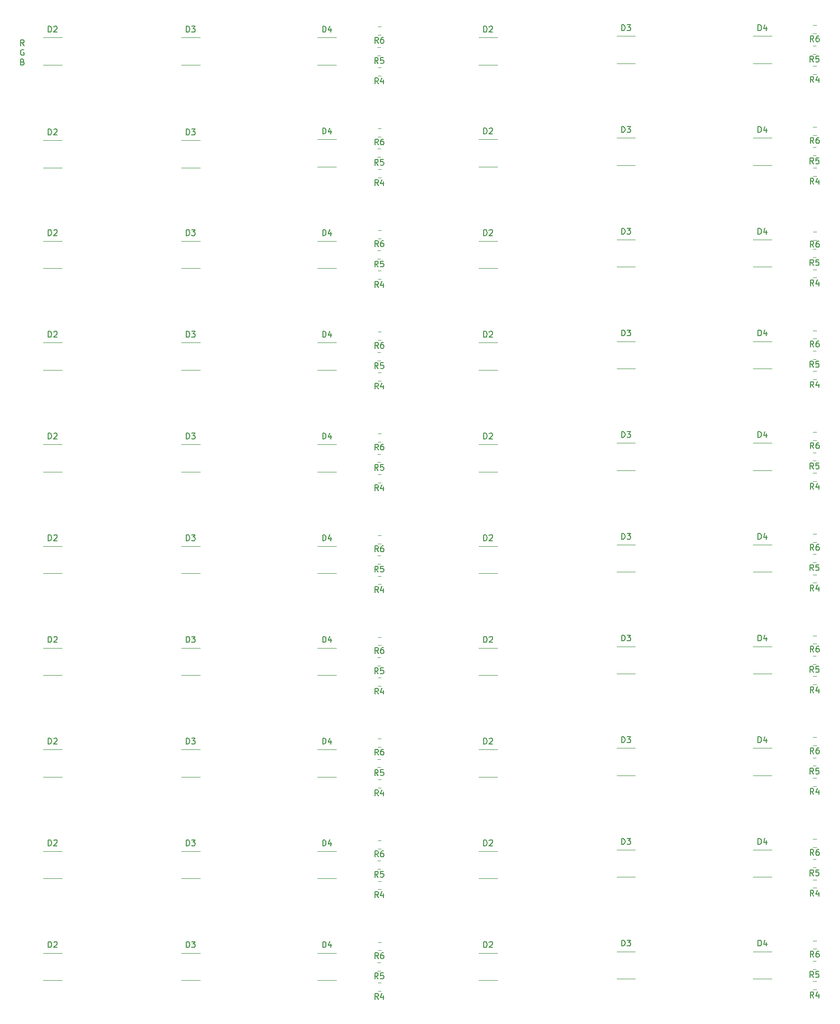
<source format=gbr>
G04 #@! TF.GenerationSoftware,KiCad,Pcbnew,(5.1.5)-3*
G04 #@! TF.CreationDate,2021-02-01T12:28:56+11:00*
G04 #@! TF.ProjectId,LED Array,4c454420-4172-4726-9179-2e6b69636164,rev?*
G04 #@! TF.SameCoordinates,Original*
G04 #@! TF.FileFunction,Legend,Top*
G04 #@! TF.FilePolarity,Positive*
%FSLAX46Y46*%
G04 Gerber Fmt 4.6, Leading zero omitted, Abs format (unit mm)*
G04 Created by KiCad (PCBNEW (5.1.5)-3) date 2021-02-01 12:28:56*
%MOMM*%
%LPD*%
G04 APERTURE LIST*
%ADD10C,0.150000*%
%ADD11C,0.120000*%
G04 APERTURE END LIST*
D10*
X142309523Y-62802380D02*
X141976190Y-62326190D01*
X141738095Y-62802380D02*
X141738095Y-61802380D01*
X142119047Y-61802380D01*
X142214285Y-61850000D01*
X142261904Y-61897619D01*
X142309523Y-61992857D01*
X142309523Y-62135714D01*
X142261904Y-62230952D01*
X142214285Y-62278571D01*
X142119047Y-62326190D01*
X141738095Y-62326190D01*
X142261904Y-63500000D02*
X142166666Y-63452380D01*
X142023809Y-63452380D01*
X141880952Y-63500000D01*
X141785714Y-63595238D01*
X141738095Y-63690476D01*
X141690476Y-63880952D01*
X141690476Y-64023809D01*
X141738095Y-64214285D01*
X141785714Y-64309523D01*
X141880952Y-64404761D01*
X142023809Y-64452380D01*
X142119047Y-64452380D01*
X142261904Y-64404761D01*
X142309523Y-64357142D01*
X142309523Y-64023809D01*
X142119047Y-64023809D01*
X142071428Y-65578571D02*
X142214285Y-65626190D01*
X142261904Y-65673809D01*
X142309523Y-65769047D01*
X142309523Y-65911904D01*
X142261904Y-66007142D01*
X142214285Y-66054761D01*
X142119047Y-66102380D01*
X141738095Y-66102380D01*
X141738095Y-65102380D01*
X142071428Y-65102380D01*
X142166666Y-65150000D01*
X142214285Y-65197619D01*
X142261904Y-65292857D01*
X142261904Y-65388095D01*
X142214285Y-65483333D01*
X142166666Y-65530952D01*
X142071428Y-65578571D01*
X141738095Y-65578571D01*
D11*
X278761252Y-225210000D02*
X278238748Y-225210000D01*
X278761252Y-223790000D02*
X278238748Y-223790000D01*
X203761252Y-225460000D02*
X203238748Y-225460000D01*
X203761252Y-224040000D02*
X203238748Y-224040000D01*
X278761252Y-207710000D02*
X278238748Y-207710000D01*
X278761252Y-206290000D02*
X278238748Y-206290000D01*
X203761252Y-207960000D02*
X203238748Y-207960000D01*
X203761252Y-206540000D02*
X203238748Y-206540000D01*
X278761252Y-190210000D02*
X278238748Y-190210000D01*
X278761252Y-188790000D02*
X278238748Y-188790000D01*
X203761252Y-190460000D02*
X203238748Y-190460000D01*
X203761252Y-189040000D02*
X203238748Y-189040000D01*
X278761252Y-172710000D02*
X278238748Y-172710000D01*
X278761252Y-171290000D02*
X278238748Y-171290000D01*
X203761252Y-172960000D02*
X203238748Y-172960000D01*
X203761252Y-171540000D02*
X203238748Y-171540000D01*
X278761252Y-155210000D02*
X278238748Y-155210000D01*
X278761252Y-153790000D02*
X278238748Y-153790000D01*
X203761252Y-155460000D02*
X203238748Y-155460000D01*
X203761252Y-154040000D02*
X203238748Y-154040000D01*
X278761252Y-137710000D02*
X278238748Y-137710000D01*
X278761252Y-136290000D02*
X278238748Y-136290000D01*
X203761252Y-137960000D02*
X203238748Y-137960000D01*
X203761252Y-136540000D02*
X203238748Y-136540000D01*
X278761252Y-120210000D02*
X278238748Y-120210000D01*
X278761252Y-118790000D02*
X278238748Y-118790000D01*
X203761252Y-120460000D02*
X203238748Y-120460000D01*
X203761252Y-119040000D02*
X203238748Y-119040000D01*
X278761252Y-102710000D02*
X278238748Y-102710000D01*
X278761252Y-101290000D02*
X278238748Y-101290000D01*
X203761252Y-102960000D02*
X203238748Y-102960000D01*
X203761252Y-101540000D02*
X203238748Y-101540000D01*
X278761252Y-85210000D02*
X278238748Y-85210000D01*
X278761252Y-83790000D02*
X278238748Y-83790000D01*
X203761252Y-85460000D02*
X203238748Y-85460000D01*
X203761252Y-84040000D02*
X203238748Y-84040000D01*
X278761252Y-67710000D02*
X278238748Y-67710000D01*
X278761252Y-66290000D02*
X278238748Y-66290000D01*
X278736252Y-220290000D02*
X278213748Y-220290000D01*
X278736252Y-221710000D02*
X278213748Y-221710000D01*
X203736252Y-220540000D02*
X203213748Y-220540000D01*
X203736252Y-221960000D02*
X203213748Y-221960000D01*
X278736252Y-202790000D02*
X278213748Y-202790000D01*
X278736252Y-204210000D02*
X278213748Y-204210000D01*
X203736252Y-203040000D02*
X203213748Y-203040000D01*
X203736252Y-204460000D02*
X203213748Y-204460000D01*
X278736252Y-185290000D02*
X278213748Y-185290000D01*
X278736252Y-186710000D02*
X278213748Y-186710000D01*
X203736252Y-185540000D02*
X203213748Y-185540000D01*
X203736252Y-186960000D02*
X203213748Y-186960000D01*
X278736252Y-167790000D02*
X278213748Y-167790000D01*
X278736252Y-169210000D02*
X278213748Y-169210000D01*
X203736252Y-168040000D02*
X203213748Y-168040000D01*
X203736252Y-169460000D02*
X203213748Y-169460000D01*
X278736252Y-150290000D02*
X278213748Y-150290000D01*
X278736252Y-151710000D02*
X278213748Y-151710000D01*
X203736252Y-150540000D02*
X203213748Y-150540000D01*
X203736252Y-151960000D02*
X203213748Y-151960000D01*
X278736252Y-132790000D02*
X278213748Y-132790000D01*
X278736252Y-134210000D02*
X278213748Y-134210000D01*
X203736252Y-133040000D02*
X203213748Y-133040000D01*
X203736252Y-134460000D02*
X203213748Y-134460000D01*
X278736252Y-115290000D02*
X278213748Y-115290000D01*
X278736252Y-116710000D02*
X278213748Y-116710000D01*
X203736252Y-115540000D02*
X203213748Y-115540000D01*
X203736252Y-116960000D02*
X203213748Y-116960000D01*
X278736252Y-97790000D02*
X278213748Y-97790000D01*
X278736252Y-99210000D02*
X278213748Y-99210000D01*
X203736252Y-98040000D02*
X203213748Y-98040000D01*
X203736252Y-99460000D02*
X203213748Y-99460000D01*
X278736252Y-80290000D02*
X278213748Y-80290000D01*
X278736252Y-81710000D02*
X278213748Y-81710000D01*
X203736252Y-80540000D02*
X203213748Y-80540000D01*
X203736252Y-81960000D02*
X203213748Y-81960000D01*
X278736252Y-62790000D02*
X278213748Y-62790000D01*
X278736252Y-64210000D02*
X278213748Y-64210000D01*
X267900000Y-223350000D02*
X271100000Y-223350000D01*
X271100000Y-218650000D02*
X267900000Y-218650000D01*
X192900000Y-223600000D02*
X196100000Y-223600000D01*
X196100000Y-218900000D02*
X192900000Y-218900000D01*
X267900000Y-205850000D02*
X271100000Y-205850000D01*
X271100000Y-201150000D02*
X267900000Y-201150000D01*
X192900000Y-206100000D02*
X196100000Y-206100000D01*
X196100000Y-201400000D02*
X192900000Y-201400000D01*
X267900000Y-188350000D02*
X271100000Y-188350000D01*
X271100000Y-183650000D02*
X267900000Y-183650000D01*
X192900000Y-188600000D02*
X196100000Y-188600000D01*
X196100000Y-183900000D02*
X192900000Y-183900000D01*
X267900000Y-170850000D02*
X271100000Y-170850000D01*
X271100000Y-166150000D02*
X267900000Y-166150000D01*
X192900000Y-171100000D02*
X196100000Y-171100000D01*
X196100000Y-166400000D02*
X192900000Y-166400000D01*
X267900000Y-153350000D02*
X271100000Y-153350000D01*
X271100000Y-148650000D02*
X267900000Y-148650000D01*
X192900000Y-153600000D02*
X196100000Y-153600000D01*
X196100000Y-148900000D02*
X192900000Y-148900000D01*
X267900000Y-135850000D02*
X271100000Y-135850000D01*
X271100000Y-131150000D02*
X267900000Y-131150000D01*
X192900000Y-136100000D02*
X196100000Y-136100000D01*
X196100000Y-131400000D02*
X192900000Y-131400000D01*
X267900000Y-118350000D02*
X271100000Y-118350000D01*
X271100000Y-113650000D02*
X267900000Y-113650000D01*
X192900000Y-118600000D02*
X196100000Y-118600000D01*
X196100000Y-113900000D02*
X192900000Y-113900000D01*
X267900000Y-100850000D02*
X271100000Y-100850000D01*
X271100000Y-96150000D02*
X267900000Y-96150000D01*
X192900000Y-101100000D02*
X196100000Y-101100000D01*
X196100000Y-96400000D02*
X192900000Y-96400000D01*
X267900000Y-83350000D02*
X271100000Y-83350000D01*
X271100000Y-78650000D02*
X267900000Y-78650000D01*
X192900000Y-83600000D02*
X196100000Y-83600000D01*
X196100000Y-78900000D02*
X192900000Y-78900000D01*
X267900000Y-65850000D02*
X271100000Y-65850000D01*
X271100000Y-61150000D02*
X267900000Y-61150000D01*
X244400000Y-223350000D02*
X247600000Y-223350000D01*
X247600000Y-218650000D02*
X244400000Y-218650000D01*
X169400000Y-223600000D02*
X172600000Y-223600000D01*
X172600000Y-218900000D02*
X169400000Y-218900000D01*
X244400000Y-205850000D02*
X247600000Y-205850000D01*
X247600000Y-201150000D02*
X244400000Y-201150000D01*
X169400000Y-206100000D02*
X172600000Y-206100000D01*
X172600000Y-201400000D02*
X169400000Y-201400000D01*
X244400000Y-188350000D02*
X247600000Y-188350000D01*
X247600000Y-183650000D02*
X244400000Y-183650000D01*
X169400000Y-188600000D02*
X172600000Y-188600000D01*
X172600000Y-183900000D02*
X169400000Y-183900000D01*
X244400000Y-170850000D02*
X247600000Y-170850000D01*
X247600000Y-166150000D02*
X244400000Y-166150000D01*
X169400000Y-171100000D02*
X172600000Y-171100000D01*
X172600000Y-166400000D02*
X169400000Y-166400000D01*
X244400000Y-153350000D02*
X247600000Y-153350000D01*
X247600000Y-148650000D02*
X244400000Y-148650000D01*
X169400000Y-153600000D02*
X172600000Y-153600000D01*
X172600000Y-148900000D02*
X169400000Y-148900000D01*
X244400000Y-135850000D02*
X247600000Y-135850000D01*
X247600000Y-131150000D02*
X244400000Y-131150000D01*
X169400000Y-136100000D02*
X172600000Y-136100000D01*
X172600000Y-131400000D02*
X169400000Y-131400000D01*
X244400000Y-118350000D02*
X247600000Y-118350000D01*
X247600000Y-113650000D02*
X244400000Y-113650000D01*
X169400000Y-118600000D02*
X172600000Y-118600000D01*
X172600000Y-113900000D02*
X169400000Y-113900000D01*
X244400000Y-100850000D02*
X247600000Y-100850000D01*
X247600000Y-96150000D02*
X244400000Y-96150000D01*
X169400000Y-101100000D02*
X172600000Y-101100000D01*
X172600000Y-96400000D02*
X169400000Y-96400000D01*
X244400000Y-83350000D02*
X247600000Y-83350000D01*
X247600000Y-78650000D02*
X244400000Y-78650000D01*
X169400000Y-83790000D02*
X172600000Y-83790000D01*
X172600000Y-79090000D02*
X169400000Y-79090000D01*
X244400000Y-65850000D02*
X247600000Y-65850000D01*
X247600000Y-61150000D02*
X244400000Y-61150000D01*
X223830000Y-218900000D02*
X220630000Y-218900000D01*
X220630000Y-223600000D02*
X223830000Y-223600000D01*
X148830000Y-218900000D02*
X145630000Y-218900000D01*
X145630000Y-223600000D02*
X148830000Y-223600000D01*
X223830000Y-201400000D02*
X220630000Y-201400000D01*
X220630000Y-206100000D02*
X223830000Y-206100000D01*
X148830000Y-201400000D02*
X145630000Y-201400000D01*
X145630000Y-206100000D02*
X148830000Y-206100000D01*
X223830000Y-183900000D02*
X220630000Y-183900000D01*
X220630000Y-188600000D02*
X223830000Y-188600000D01*
X148830000Y-183900000D02*
X145630000Y-183900000D01*
X145630000Y-188600000D02*
X148830000Y-188600000D01*
X223830000Y-166400000D02*
X220630000Y-166400000D01*
X220630000Y-171100000D02*
X223830000Y-171100000D01*
X148830000Y-166400000D02*
X145630000Y-166400000D01*
X145630000Y-171100000D02*
X148830000Y-171100000D01*
X223830000Y-148900000D02*
X220630000Y-148900000D01*
X220630000Y-153600000D02*
X223830000Y-153600000D01*
X148830000Y-148900000D02*
X145630000Y-148900000D01*
X145630000Y-153600000D02*
X148830000Y-153600000D01*
X223830000Y-131400000D02*
X220630000Y-131400000D01*
X220630000Y-136100000D02*
X223830000Y-136100000D01*
X148830000Y-131400000D02*
X145630000Y-131400000D01*
X145630000Y-136100000D02*
X148830000Y-136100000D01*
X223830000Y-113900000D02*
X220630000Y-113900000D01*
X220630000Y-118600000D02*
X223830000Y-118600000D01*
X148830000Y-113900000D02*
X145630000Y-113900000D01*
X145630000Y-118600000D02*
X148830000Y-118600000D01*
X223830000Y-96400000D02*
X220630000Y-96400000D01*
X220630000Y-101100000D02*
X223830000Y-101100000D01*
X148830000Y-96400000D02*
X145630000Y-96400000D01*
X145630000Y-101100000D02*
X148830000Y-101100000D01*
X223830000Y-78900000D02*
X220630000Y-78900000D01*
X220630000Y-83600000D02*
X223830000Y-83600000D01*
X148830000Y-79090000D02*
X145630000Y-79090000D01*
X145630000Y-83790000D02*
X148830000Y-83790000D01*
X223830000Y-61400000D02*
X220630000Y-61400000D01*
X220630000Y-66100000D02*
X223830000Y-66100000D01*
X278761252Y-218210000D02*
X278238748Y-218210000D01*
X278761252Y-216790000D02*
X278238748Y-216790000D01*
X203761252Y-218460000D02*
X203238748Y-218460000D01*
X203761252Y-217040000D02*
X203238748Y-217040000D01*
X278761252Y-200710000D02*
X278238748Y-200710000D01*
X278761252Y-199290000D02*
X278238748Y-199290000D01*
X203761252Y-200960000D02*
X203238748Y-200960000D01*
X203761252Y-199540000D02*
X203238748Y-199540000D01*
X278761252Y-183210000D02*
X278238748Y-183210000D01*
X278761252Y-181790000D02*
X278238748Y-181790000D01*
X203761252Y-183460000D02*
X203238748Y-183460000D01*
X203761252Y-182040000D02*
X203238748Y-182040000D01*
X278761252Y-165710000D02*
X278238748Y-165710000D01*
X278761252Y-164290000D02*
X278238748Y-164290000D01*
X203761252Y-165960000D02*
X203238748Y-165960000D01*
X203761252Y-164540000D02*
X203238748Y-164540000D01*
X278761252Y-148210000D02*
X278238748Y-148210000D01*
X278761252Y-146790000D02*
X278238748Y-146790000D01*
X203761252Y-148460000D02*
X203238748Y-148460000D01*
X203761252Y-147040000D02*
X203238748Y-147040000D01*
X278761252Y-130710000D02*
X278238748Y-130710000D01*
X278761252Y-129290000D02*
X278238748Y-129290000D01*
X203761252Y-130960000D02*
X203238748Y-130960000D01*
X203761252Y-129540000D02*
X203238748Y-129540000D01*
X278761252Y-113210000D02*
X278238748Y-113210000D01*
X278761252Y-111790000D02*
X278238748Y-111790000D01*
X203761252Y-113460000D02*
X203238748Y-113460000D01*
X203761252Y-112040000D02*
X203238748Y-112040000D01*
X278761252Y-96210000D02*
X278238748Y-96210000D01*
X278761252Y-94790000D02*
X278238748Y-94790000D01*
X203761252Y-95960000D02*
X203238748Y-95960000D01*
X203761252Y-94540000D02*
X203238748Y-94540000D01*
X278761252Y-78210000D02*
X278238748Y-78210000D01*
X278761252Y-76790000D02*
X278238748Y-76790000D01*
X203761252Y-78460000D02*
X203238748Y-78460000D01*
X203761252Y-77040000D02*
X203238748Y-77040000D01*
X278761252Y-60710000D02*
X278238748Y-60710000D01*
X278761252Y-59290000D02*
X278238748Y-59290000D01*
X145630000Y-66100000D02*
X148830000Y-66100000D01*
X148830000Y-61400000D02*
X145630000Y-61400000D01*
X172600000Y-61400000D02*
X169400000Y-61400000D01*
X169400000Y-66100000D02*
X172600000Y-66100000D01*
X196100000Y-61400000D02*
X192900000Y-61400000D01*
X192900000Y-66100000D02*
X196100000Y-66100000D01*
X203761252Y-66540000D02*
X203238748Y-66540000D01*
X203761252Y-67960000D02*
X203238748Y-67960000D01*
X203736252Y-64460000D02*
X203213748Y-64460000D01*
X203736252Y-63040000D02*
X203213748Y-63040000D01*
X203761252Y-59540000D02*
X203238748Y-59540000D01*
X203761252Y-60960000D02*
X203238748Y-60960000D01*
D10*
X278333333Y-226602380D02*
X278000000Y-226126190D01*
X277761904Y-226602380D02*
X277761904Y-225602380D01*
X278142857Y-225602380D01*
X278238095Y-225650000D01*
X278285714Y-225697619D01*
X278333333Y-225792857D01*
X278333333Y-225935714D01*
X278285714Y-226030952D01*
X278238095Y-226078571D01*
X278142857Y-226126190D01*
X277761904Y-226126190D01*
X279190476Y-225935714D02*
X279190476Y-226602380D01*
X278952380Y-225554761D02*
X278714285Y-226269047D01*
X279333333Y-226269047D01*
X203333333Y-226852380D02*
X203000000Y-226376190D01*
X202761904Y-226852380D02*
X202761904Y-225852380D01*
X203142857Y-225852380D01*
X203238095Y-225900000D01*
X203285714Y-225947619D01*
X203333333Y-226042857D01*
X203333333Y-226185714D01*
X203285714Y-226280952D01*
X203238095Y-226328571D01*
X203142857Y-226376190D01*
X202761904Y-226376190D01*
X204190476Y-226185714D02*
X204190476Y-226852380D01*
X203952380Y-225804761D02*
X203714285Y-226519047D01*
X204333333Y-226519047D01*
X278333333Y-209102380D02*
X278000000Y-208626190D01*
X277761904Y-209102380D02*
X277761904Y-208102380D01*
X278142857Y-208102380D01*
X278238095Y-208150000D01*
X278285714Y-208197619D01*
X278333333Y-208292857D01*
X278333333Y-208435714D01*
X278285714Y-208530952D01*
X278238095Y-208578571D01*
X278142857Y-208626190D01*
X277761904Y-208626190D01*
X279190476Y-208435714D02*
X279190476Y-209102380D01*
X278952380Y-208054761D02*
X278714285Y-208769047D01*
X279333333Y-208769047D01*
X203333333Y-209352380D02*
X203000000Y-208876190D01*
X202761904Y-209352380D02*
X202761904Y-208352380D01*
X203142857Y-208352380D01*
X203238095Y-208400000D01*
X203285714Y-208447619D01*
X203333333Y-208542857D01*
X203333333Y-208685714D01*
X203285714Y-208780952D01*
X203238095Y-208828571D01*
X203142857Y-208876190D01*
X202761904Y-208876190D01*
X204190476Y-208685714D02*
X204190476Y-209352380D01*
X203952380Y-208304761D02*
X203714285Y-209019047D01*
X204333333Y-209019047D01*
X278333333Y-191602380D02*
X278000000Y-191126190D01*
X277761904Y-191602380D02*
X277761904Y-190602380D01*
X278142857Y-190602380D01*
X278238095Y-190650000D01*
X278285714Y-190697619D01*
X278333333Y-190792857D01*
X278333333Y-190935714D01*
X278285714Y-191030952D01*
X278238095Y-191078571D01*
X278142857Y-191126190D01*
X277761904Y-191126190D01*
X279190476Y-190935714D02*
X279190476Y-191602380D01*
X278952380Y-190554761D02*
X278714285Y-191269047D01*
X279333333Y-191269047D01*
X203333333Y-191852380D02*
X203000000Y-191376190D01*
X202761904Y-191852380D02*
X202761904Y-190852380D01*
X203142857Y-190852380D01*
X203238095Y-190900000D01*
X203285714Y-190947619D01*
X203333333Y-191042857D01*
X203333333Y-191185714D01*
X203285714Y-191280952D01*
X203238095Y-191328571D01*
X203142857Y-191376190D01*
X202761904Y-191376190D01*
X204190476Y-191185714D02*
X204190476Y-191852380D01*
X203952380Y-190804761D02*
X203714285Y-191519047D01*
X204333333Y-191519047D01*
X278333333Y-174102380D02*
X278000000Y-173626190D01*
X277761904Y-174102380D02*
X277761904Y-173102380D01*
X278142857Y-173102380D01*
X278238095Y-173150000D01*
X278285714Y-173197619D01*
X278333333Y-173292857D01*
X278333333Y-173435714D01*
X278285714Y-173530952D01*
X278238095Y-173578571D01*
X278142857Y-173626190D01*
X277761904Y-173626190D01*
X279190476Y-173435714D02*
X279190476Y-174102380D01*
X278952380Y-173054761D02*
X278714285Y-173769047D01*
X279333333Y-173769047D01*
X203333333Y-174352380D02*
X203000000Y-173876190D01*
X202761904Y-174352380D02*
X202761904Y-173352380D01*
X203142857Y-173352380D01*
X203238095Y-173400000D01*
X203285714Y-173447619D01*
X203333333Y-173542857D01*
X203333333Y-173685714D01*
X203285714Y-173780952D01*
X203238095Y-173828571D01*
X203142857Y-173876190D01*
X202761904Y-173876190D01*
X204190476Y-173685714D02*
X204190476Y-174352380D01*
X203952380Y-173304761D02*
X203714285Y-174019047D01*
X204333333Y-174019047D01*
X278333333Y-156602380D02*
X278000000Y-156126190D01*
X277761904Y-156602380D02*
X277761904Y-155602380D01*
X278142857Y-155602380D01*
X278238095Y-155650000D01*
X278285714Y-155697619D01*
X278333333Y-155792857D01*
X278333333Y-155935714D01*
X278285714Y-156030952D01*
X278238095Y-156078571D01*
X278142857Y-156126190D01*
X277761904Y-156126190D01*
X279190476Y-155935714D02*
X279190476Y-156602380D01*
X278952380Y-155554761D02*
X278714285Y-156269047D01*
X279333333Y-156269047D01*
X203333333Y-156852380D02*
X203000000Y-156376190D01*
X202761904Y-156852380D02*
X202761904Y-155852380D01*
X203142857Y-155852380D01*
X203238095Y-155900000D01*
X203285714Y-155947619D01*
X203333333Y-156042857D01*
X203333333Y-156185714D01*
X203285714Y-156280952D01*
X203238095Y-156328571D01*
X203142857Y-156376190D01*
X202761904Y-156376190D01*
X204190476Y-156185714D02*
X204190476Y-156852380D01*
X203952380Y-155804761D02*
X203714285Y-156519047D01*
X204333333Y-156519047D01*
X278333333Y-139102380D02*
X278000000Y-138626190D01*
X277761904Y-139102380D02*
X277761904Y-138102380D01*
X278142857Y-138102380D01*
X278238095Y-138150000D01*
X278285714Y-138197619D01*
X278333333Y-138292857D01*
X278333333Y-138435714D01*
X278285714Y-138530952D01*
X278238095Y-138578571D01*
X278142857Y-138626190D01*
X277761904Y-138626190D01*
X279190476Y-138435714D02*
X279190476Y-139102380D01*
X278952380Y-138054761D02*
X278714285Y-138769047D01*
X279333333Y-138769047D01*
X203333333Y-139352380D02*
X203000000Y-138876190D01*
X202761904Y-139352380D02*
X202761904Y-138352380D01*
X203142857Y-138352380D01*
X203238095Y-138400000D01*
X203285714Y-138447619D01*
X203333333Y-138542857D01*
X203333333Y-138685714D01*
X203285714Y-138780952D01*
X203238095Y-138828571D01*
X203142857Y-138876190D01*
X202761904Y-138876190D01*
X204190476Y-138685714D02*
X204190476Y-139352380D01*
X203952380Y-138304761D02*
X203714285Y-139019047D01*
X204333333Y-139019047D01*
X278333333Y-121602380D02*
X278000000Y-121126190D01*
X277761904Y-121602380D02*
X277761904Y-120602380D01*
X278142857Y-120602380D01*
X278238095Y-120650000D01*
X278285714Y-120697619D01*
X278333333Y-120792857D01*
X278333333Y-120935714D01*
X278285714Y-121030952D01*
X278238095Y-121078571D01*
X278142857Y-121126190D01*
X277761904Y-121126190D01*
X279190476Y-120935714D02*
X279190476Y-121602380D01*
X278952380Y-120554761D02*
X278714285Y-121269047D01*
X279333333Y-121269047D01*
X203333333Y-121852380D02*
X203000000Y-121376190D01*
X202761904Y-121852380D02*
X202761904Y-120852380D01*
X203142857Y-120852380D01*
X203238095Y-120900000D01*
X203285714Y-120947619D01*
X203333333Y-121042857D01*
X203333333Y-121185714D01*
X203285714Y-121280952D01*
X203238095Y-121328571D01*
X203142857Y-121376190D01*
X202761904Y-121376190D01*
X204190476Y-121185714D02*
X204190476Y-121852380D01*
X203952380Y-120804761D02*
X203714285Y-121519047D01*
X204333333Y-121519047D01*
X278333333Y-104102380D02*
X278000000Y-103626190D01*
X277761904Y-104102380D02*
X277761904Y-103102380D01*
X278142857Y-103102380D01*
X278238095Y-103150000D01*
X278285714Y-103197619D01*
X278333333Y-103292857D01*
X278333333Y-103435714D01*
X278285714Y-103530952D01*
X278238095Y-103578571D01*
X278142857Y-103626190D01*
X277761904Y-103626190D01*
X279190476Y-103435714D02*
X279190476Y-104102380D01*
X278952380Y-103054761D02*
X278714285Y-103769047D01*
X279333333Y-103769047D01*
X203333333Y-104352380D02*
X203000000Y-103876190D01*
X202761904Y-104352380D02*
X202761904Y-103352380D01*
X203142857Y-103352380D01*
X203238095Y-103400000D01*
X203285714Y-103447619D01*
X203333333Y-103542857D01*
X203333333Y-103685714D01*
X203285714Y-103780952D01*
X203238095Y-103828571D01*
X203142857Y-103876190D01*
X202761904Y-103876190D01*
X204190476Y-103685714D02*
X204190476Y-104352380D01*
X203952380Y-103304761D02*
X203714285Y-104019047D01*
X204333333Y-104019047D01*
X278333333Y-86602380D02*
X278000000Y-86126190D01*
X277761904Y-86602380D02*
X277761904Y-85602380D01*
X278142857Y-85602380D01*
X278238095Y-85650000D01*
X278285714Y-85697619D01*
X278333333Y-85792857D01*
X278333333Y-85935714D01*
X278285714Y-86030952D01*
X278238095Y-86078571D01*
X278142857Y-86126190D01*
X277761904Y-86126190D01*
X279190476Y-85935714D02*
X279190476Y-86602380D01*
X278952380Y-85554761D02*
X278714285Y-86269047D01*
X279333333Y-86269047D01*
X203333333Y-86852380D02*
X203000000Y-86376190D01*
X202761904Y-86852380D02*
X202761904Y-85852380D01*
X203142857Y-85852380D01*
X203238095Y-85900000D01*
X203285714Y-85947619D01*
X203333333Y-86042857D01*
X203333333Y-86185714D01*
X203285714Y-86280952D01*
X203238095Y-86328571D01*
X203142857Y-86376190D01*
X202761904Y-86376190D01*
X204190476Y-86185714D02*
X204190476Y-86852380D01*
X203952380Y-85804761D02*
X203714285Y-86519047D01*
X204333333Y-86519047D01*
X278333333Y-69102380D02*
X278000000Y-68626190D01*
X277761904Y-69102380D02*
X277761904Y-68102380D01*
X278142857Y-68102380D01*
X278238095Y-68150000D01*
X278285714Y-68197619D01*
X278333333Y-68292857D01*
X278333333Y-68435714D01*
X278285714Y-68530952D01*
X278238095Y-68578571D01*
X278142857Y-68626190D01*
X277761904Y-68626190D01*
X279190476Y-68435714D02*
X279190476Y-69102380D01*
X278952380Y-68054761D02*
X278714285Y-68769047D01*
X279333333Y-68769047D01*
X278308333Y-223102380D02*
X277975000Y-222626190D01*
X277736904Y-223102380D02*
X277736904Y-222102380D01*
X278117857Y-222102380D01*
X278213095Y-222150000D01*
X278260714Y-222197619D01*
X278308333Y-222292857D01*
X278308333Y-222435714D01*
X278260714Y-222530952D01*
X278213095Y-222578571D01*
X278117857Y-222626190D01*
X277736904Y-222626190D01*
X279213095Y-222102380D02*
X278736904Y-222102380D01*
X278689285Y-222578571D01*
X278736904Y-222530952D01*
X278832142Y-222483333D01*
X279070238Y-222483333D01*
X279165476Y-222530952D01*
X279213095Y-222578571D01*
X279260714Y-222673809D01*
X279260714Y-222911904D01*
X279213095Y-223007142D01*
X279165476Y-223054761D01*
X279070238Y-223102380D01*
X278832142Y-223102380D01*
X278736904Y-223054761D01*
X278689285Y-223007142D01*
X203308333Y-223352380D02*
X202975000Y-222876190D01*
X202736904Y-223352380D02*
X202736904Y-222352380D01*
X203117857Y-222352380D01*
X203213095Y-222400000D01*
X203260714Y-222447619D01*
X203308333Y-222542857D01*
X203308333Y-222685714D01*
X203260714Y-222780952D01*
X203213095Y-222828571D01*
X203117857Y-222876190D01*
X202736904Y-222876190D01*
X204213095Y-222352380D02*
X203736904Y-222352380D01*
X203689285Y-222828571D01*
X203736904Y-222780952D01*
X203832142Y-222733333D01*
X204070238Y-222733333D01*
X204165476Y-222780952D01*
X204213095Y-222828571D01*
X204260714Y-222923809D01*
X204260714Y-223161904D01*
X204213095Y-223257142D01*
X204165476Y-223304761D01*
X204070238Y-223352380D01*
X203832142Y-223352380D01*
X203736904Y-223304761D01*
X203689285Y-223257142D01*
X278308333Y-205602380D02*
X277975000Y-205126190D01*
X277736904Y-205602380D02*
X277736904Y-204602380D01*
X278117857Y-204602380D01*
X278213095Y-204650000D01*
X278260714Y-204697619D01*
X278308333Y-204792857D01*
X278308333Y-204935714D01*
X278260714Y-205030952D01*
X278213095Y-205078571D01*
X278117857Y-205126190D01*
X277736904Y-205126190D01*
X279213095Y-204602380D02*
X278736904Y-204602380D01*
X278689285Y-205078571D01*
X278736904Y-205030952D01*
X278832142Y-204983333D01*
X279070238Y-204983333D01*
X279165476Y-205030952D01*
X279213095Y-205078571D01*
X279260714Y-205173809D01*
X279260714Y-205411904D01*
X279213095Y-205507142D01*
X279165476Y-205554761D01*
X279070238Y-205602380D01*
X278832142Y-205602380D01*
X278736904Y-205554761D01*
X278689285Y-205507142D01*
X203308333Y-205852380D02*
X202975000Y-205376190D01*
X202736904Y-205852380D02*
X202736904Y-204852380D01*
X203117857Y-204852380D01*
X203213095Y-204900000D01*
X203260714Y-204947619D01*
X203308333Y-205042857D01*
X203308333Y-205185714D01*
X203260714Y-205280952D01*
X203213095Y-205328571D01*
X203117857Y-205376190D01*
X202736904Y-205376190D01*
X204213095Y-204852380D02*
X203736904Y-204852380D01*
X203689285Y-205328571D01*
X203736904Y-205280952D01*
X203832142Y-205233333D01*
X204070238Y-205233333D01*
X204165476Y-205280952D01*
X204213095Y-205328571D01*
X204260714Y-205423809D01*
X204260714Y-205661904D01*
X204213095Y-205757142D01*
X204165476Y-205804761D01*
X204070238Y-205852380D01*
X203832142Y-205852380D01*
X203736904Y-205804761D01*
X203689285Y-205757142D01*
X278308333Y-188102380D02*
X277975000Y-187626190D01*
X277736904Y-188102380D02*
X277736904Y-187102380D01*
X278117857Y-187102380D01*
X278213095Y-187150000D01*
X278260714Y-187197619D01*
X278308333Y-187292857D01*
X278308333Y-187435714D01*
X278260714Y-187530952D01*
X278213095Y-187578571D01*
X278117857Y-187626190D01*
X277736904Y-187626190D01*
X279213095Y-187102380D02*
X278736904Y-187102380D01*
X278689285Y-187578571D01*
X278736904Y-187530952D01*
X278832142Y-187483333D01*
X279070238Y-187483333D01*
X279165476Y-187530952D01*
X279213095Y-187578571D01*
X279260714Y-187673809D01*
X279260714Y-187911904D01*
X279213095Y-188007142D01*
X279165476Y-188054761D01*
X279070238Y-188102380D01*
X278832142Y-188102380D01*
X278736904Y-188054761D01*
X278689285Y-188007142D01*
X203308333Y-188352380D02*
X202975000Y-187876190D01*
X202736904Y-188352380D02*
X202736904Y-187352380D01*
X203117857Y-187352380D01*
X203213095Y-187400000D01*
X203260714Y-187447619D01*
X203308333Y-187542857D01*
X203308333Y-187685714D01*
X203260714Y-187780952D01*
X203213095Y-187828571D01*
X203117857Y-187876190D01*
X202736904Y-187876190D01*
X204213095Y-187352380D02*
X203736904Y-187352380D01*
X203689285Y-187828571D01*
X203736904Y-187780952D01*
X203832142Y-187733333D01*
X204070238Y-187733333D01*
X204165476Y-187780952D01*
X204213095Y-187828571D01*
X204260714Y-187923809D01*
X204260714Y-188161904D01*
X204213095Y-188257142D01*
X204165476Y-188304761D01*
X204070238Y-188352380D01*
X203832142Y-188352380D01*
X203736904Y-188304761D01*
X203689285Y-188257142D01*
X278308333Y-170602380D02*
X277975000Y-170126190D01*
X277736904Y-170602380D02*
X277736904Y-169602380D01*
X278117857Y-169602380D01*
X278213095Y-169650000D01*
X278260714Y-169697619D01*
X278308333Y-169792857D01*
X278308333Y-169935714D01*
X278260714Y-170030952D01*
X278213095Y-170078571D01*
X278117857Y-170126190D01*
X277736904Y-170126190D01*
X279213095Y-169602380D02*
X278736904Y-169602380D01*
X278689285Y-170078571D01*
X278736904Y-170030952D01*
X278832142Y-169983333D01*
X279070238Y-169983333D01*
X279165476Y-170030952D01*
X279213095Y-170078571D01*
X279260714Y-170173809D01*
X279260714Y-170411904D01*
X279213095Y-170507142D01*
X279165476Y-170554761D01*
X279070238Y-170602380D01*
X278832142Y-170602380D01*
X278736904Y-170554761D01*
X278689285Y-170507142D01*
X203308333Y-170852380D02*
X202975000Y-170376190D01*
X202736904Y-170852380D02*
X202736904Y-169852380D01*
X203117857Y-169852380D01*
X203213095Y-169900000D01*
X203260714Y-169947619D01*
X203308333Y-170042857D01*
X203308333Y-170185714D01*
X203260714Y-170280952D01*
X203213095Y-170328571D01*
X203117857Y-170376190D01*
X202736904Y-170376190D01*
X204213095Y-169852380D02*
X203736904Y-169852380D01*
X203689285Y-170328571D01*
X203736904Y-170280952D01*
X203832142Y-170233333D01*
X204070238Y-170233333D01*
X204165476Y-170280952D01*
X204213095Y-170328571D01*
X204260714Y-170423809D01*
X204260714Y-170661904D01*
X204213095Y-170757142D01*
X204165476Y-170804761D01*
X204070238Y-170852380D01*
X203832142Y-170852380D01*
X203736904Y-170804761D01*
X203689285Y-170757142D01*
X278308333Y-153102380D02*
X277975000Y-152626190D01*
X277736904Y-153102380D02*
X277736904Y-152102380D01*
X278117857Y-152102380D01*
X278213095Y-152150000D01*
X278260714Y-152197619D01*
X278308333Y-152292857D01*
X278308333Y-152435714D01*
X278260714Y-152530952D01*
X278213095Y-152578571D01*
X278117857Y-152626190D01*
X277736904Y-152626190D01*
X279213095Y-152102380D02*
X278736904Y-152102380D01*
X278689285Y-152578571D01*
X278736904Y-152530952D01*
X278832142Y-152483333D01*
X279070238Y-152483333D01*
X279165476Y-152530952D01*
X279213095Y-152578571D01*
X279260714Y-152673809D01*
X279260714Y-152911904D01*
X279213095Y-153007142D01*
X279165476Y-153054761D01*
X279070238Y-153102380D01*
X278832142Y-153102380D01*
X278736904Y-153054761D01*
X278689285Y-153007142D01*
X203308333Y-153352380D02*
X202975000Y-152876190D01*
X202736904Y-153352380D02*
X202736904Y-152352380D01*
X203117857Y-152352380D01*
X203213095Y-152400000D01*
X203260714Y-152447619D01*
X203308333Y-152542857D01*
X203308333Y-152685714D01*
X203260714Y-152780952D01*
X203213095Y-152828571D01*
X203117857Y-152876190D01*
X202736904Y-152876190D01*
X204213095Y-152352380D02*
X203736904Y-152352380D01*
X203689285Y-152828571D01*
X203736904Y-152780952D01*
X203832142Y-152733333D01*
X204070238Y-152733333D01*
X204165476Y-152780952D01*
X204213095Y-152828571D01*
X204260714Y-152923809D01*
X204260714Y-153161904D01*
X204213095Y-153257142D01*
X204165476Y-153304761D01*
X204070238Y-153352380D01*
X203832142Y-153352380D01*
X203736904Y-153304761D01*
X203689285Y-153257142D01*
X278308333Y-135602380D02*
X277975000Y-135126190D01*
X277736904Y-135602380D02*
X277736904Y-134602380D01*
X278117857Y-134602380D01*
X278213095Y-134650000D01*
X278260714Y-134697619D01*
X278308333Y-134792857D01*
X278308333Y-134935714D01*
X278260714Y-135030952D01*
X278213095Y-135078571D01*
X278117857Y-135126190D01*
X277736904Y-135126190D01*
X279213095Y-134602380D02*
X278736904Y-134602380D01*
X278689285Y-135078571D01*
X278736904Y-135030952D01*
X278832142Y-134983333D01*
X279070238Y-134983333D01*
X279165476Y-135030952D01*
X279213095Y-135078571D01*
X279260714Y-135173809D01*
X279260714Y-135411904D01*
X279213095Y-135507142D01*
X279165476Y-135554761D01*
X279070238Y-135602380D01*
X278832142Y-135602380D01*
X278736904Y-135554761D01*
X278689285Y-135507142D01*
X203308333Y-135852380D02*
X202975000Y-135376190D01*
X202736904Y-135852380D02*
X202736904Y-134852380D01*
X203117857Y-134852380D01*
X203213095Y-134900000D01*
X203260714Y-134947619D01*
X203308333Y-135042857D01*
X203308333Y-135185714D01*
X203260714Y-135280952D01*
X203213095Y-135328571D01*
X203117857Y-135376190D01*
X202736904Y-135376190D01*
X204213095Y-134852380D02*
X203736904Y-134852380D01*
X203689285Y-135328571D01*
X203736904Y-135280952D01*
X203832142Y-135233333D01*
X204070238Y-135233333D01*
X204165476Y-135280952D01*
X204213095Y-135328571D01*
X204260714Y-135423809D01*
X204260714Y-135661904D01*
X204213095Y-135757142D01*
X204165476Y-135804761D01*
X204070238Y-135852380D01*
X203832142Y-135852380D01*
X203736904Y-135804761D01*
X203689285Y-135757142D01*
X278308333Y-118102380D02*
X277975000Y-117626190D01*
X277736904Y-118102380D02*
X277736904Y-117102380D01*
X278117857Y-117102380D01*
X278213095Y-117150000D01*
X278260714Y-117197619D01*
X278308333Y-117292857D01*
X278308333Y-117435714D01*
X278260714Y-117530952D01*
X278213095Y-117578571D01*
X278117857Y-117626190D01*
X277736904Y-117626190D01*
X279213095Y-117102380D02*
X278736904Y-117102380D01*
X278689285Y-117578571D01*
X278736904Y-117530952D01*
X278832142Y-117483333D01*
X279070238Y-117483333D01*
X279165476Y-117530952D01*
X279213095Y-117578571D01*
X279260714Y-117673809D01*
X279260714Y-117911904D01*
X279213095Y-118007142D01*
X279165476Y-118054761D01*
X279070238Y-118102380D01*
X278832142Y-118102380D01*
X278736904Y-118054761D01*
X278689285Y-118007142D01*
X203308333Y-118352380D02*
X202975000Y-117876190D01*
X202736904Y-118352380D02*
X202736904Y-117352380D01*
X203117857Y-117352380D01*
X203213095Y-117400000D01*
X203260714Y-117447619D01*
X203308333Y-117542857D01*
X203308333Y-117685714D01*
X203260714Y-117780952D01*
X203213095Y-117828571D01*
X203117857Y-117876190D01*
X202736904Y-117876190D01*
X204213095Y-117352380D02*
X203736904Y-117352380D01*
X203689285Y-117828571D01*
X203736904Y-117780952D01*
X203832142Y-117733333D01*
X204070238Y-117733333D01*
X204165476Y-117780952D01*
X204213095Y-117828571D01*
X204260714Y-117923809D01*
X204260714Y-118161904D01*
X204213095Y-118257142D01*
X204165476Y-118304761D01*
X204070238Y-118352380D01*
X203832142Y-118352380D01*
X203736904Y-118304761D01*
X203689285Y-118257142D01*
X278308333Y-100602380D02*
X277975000Y-100126190D01*
X277736904Y-100602380D02*
X277736904Y-99602380D01*
X278117857Y-99602380D01*
X278213095Y-99650000D01*
X278260714Y-99697619D01*
X278308333Y-99792857D01*
X278308333Y-99935714D01*
X278260714Y-100030952D01*
X278213095Y-100078571D01*
X278117857Y-100126190D01*
X277736904Y-100126190D01*
X279213095Y-99602380D02*
X278736904Y-99602380D01*
X278689285Y-100078571D01*
X278736904Y-100030952D01*
X278832142Y-99983333D01*
X279070238Y-99983333D01*
X279165476Y-100030952D01*
X279213095Y-100078571D01*
X279260714Y-100173809D01*
X279260714Y-100411904D01*
X279213095Y-100507142D01*
X279165476Y-100554761D01*
X279070238Y-100602380D01*
X278832142Y-100602380D01*
X278736904Y-100554761D01*
X278689285Y-100507142D01*
X203308333Y-100852380D02*
X202975000Y-100376190D01*
X202736904Y-100852380D02*
X202736904Y-99852380D01*
X203117857Y-99852380D01*
X203213095Y-99900000D01*
X203260714Y-99947619D01*
X203308333Y-100042857D01*
X203308333Y-100185714D01*
X203260714Y-100280952D01*
X203213095Y-100328571D01*
X203117857Y-100376190D01*
X202736904Y-100376190D01*
X204213095Y-99852380D02*
X203736904Y-99852380D01*
X203689285Y-100328571D01*
X203736904Y-100280952D01*
X203832142Y-100233333D01*
X204070238Y-100233333D01*
X204165476Y-100280952D01*
X204213095Y-100328571D01*
X204260714Y-100423809D01*
X204260714Y-100661904D01*
X204213095Y-100757142D01*
X204165476Y-100804761D01*
X204070238Y-100852380D01*
X203832142Y-100852380D01*
X203736904Y-100804761D01*
X203689285Y-100757142D01*
X278308333Y-83102380D02*
X277975000Y-82626190D01*
X277736904Y-83102380D02*
X277736904Y-82102380D01*
X278117857Y-82102380D01*
X278213095Y-82150000D01*
X278260714Y-82197619D01*
X278308333Y-82292857D01*
X278308333Y-82435714D01*
X278260714Y-82530952D01*
X278213095Y-82578571D01*
X278117857Y-82626190D01*
X277736904Y-82626190D01*
X279213095Y-82102380D02*
X278736904Y-82102380D01*
X278689285Y-82578571D01*
X278736904Y-82530952D01*
X278832142Y-82483333D01*
X279070238Y-82483333D01*
X279165476Y-82530952D01*
X279213095Y-82578571D01*
X279260714Y-82673809D01*
X279260714Y-82911904D01*
X279213095Y-83007142D01*
X279165476Y-83054761D01*
X279070238Y-83102380D01*
X278832142Y-83102380D01*
X278736904Y-83054761D01*
X278689285Y-83007142D01*
X203308333Y-83352380D02*
X202975000Y-82876190D01*
X202736904Y-83352380D02*
X202736904Y-82352380D01*
X203117857Y-82352380D01*
X203213095Y-82400000D01*
X203260714Y-82447619D01*
X203308333Y-82542857D01*
X203308333Y-82685714D01*
X203260714Y-82780952D01*
X203213095Y-82828571D01*
X203117857Y-82876190D01*
X202736904Y-82876190D01*
X204213095Y-82352380D02*
X203736904Y-82352380D01*
X203689285Y-82828571D01*
X203736904Y-82780952D01*
X203832142Y-82733333D01*
X204070238Y-82733333D01*
X204165476Y-82780952D01*
X204213095Y-82828571D01*
X204260714Y-82923809D01*
X204260714Y-83161904D01*
X204213095Y-83257142D01*
X204165476Y-83304761D01*
X204070238Y-83352380D01*
X203832142Y-83352380D01*
X203736904Y-83304761D01*
X203689285Y-83257142D01*
X278308333Y-65602380D02*
X277975000Y-65126190D01*
X277736904Y-65602380D02*
X277736904Y-64602380D01*
X278117857Y-64602380D01*
X278213095Y-64650000D01*
X278260714Y-64697619D01*
X278308333Y-64792857D01*
X278308333Y-64935714D01*
X278260714Y-65030952D01*
X278213095Y-65078571D01*
X278117857Y-65126190D01*
X277736904Y-65126190D01*
X279213095Y-64602380D02*
X278736904Y-64602380D01*
X278689285Y-65078571D01*
X278736904Y-65030952D01*
X278832142Y-64983333D01*
X279070238Y-64983333D01*
X279165476Y-65030952D01*
X279213095Y-65078571D01*
X279260714Y-65173809D01*
X279260714Y-65411904D01*
X279213095Y-65507142D01*
X279165476Y-65554761D01*
X279070238Y-65602380D01*
X278832142Y-65602380D01*
X278736904Y-65554761D01*
X278689285Y-65507142D01*
X268761904Y-217702380D02*
X268761904Y-216702380D01*
X269000000Y-216702380D01*
X269142857Y-216750000D01*
X269238095Y-216845238D01*
X269285714Y-216940476D01*
X269333333Y-217130952D01*
X269333333Y-217273809D01*
X269285714Y-217464285D01*
X269238095Y-217559523D01*
X269142857Y-217654761D01*
X269000000Y-217702380D01*
X268761904Y-217702380D01*
X270190476Y-217035714D02*
X270190476Y-217702380D01*
X269952380Y-216654761D02*
X269714285Y-217369047D01*
X270333333Y-217369047D01*
X193761904Y-217952380D02*
X193761904Y-216952380D01*
X194000000Y-216952380D01*
X194142857Y-217000000D01*
X194238095Y-217095238D01*
X194285714Y-217190476D01*
X194333333Y-217380952D01*
X194333333Y-217523809D01*
X194285714Y-217714285D01*
X194238095Y-217809523D01*
X194142857Y-217904761D01*
X194000000Y-217952380D01*
X193761904Y-217952380D01*
X195190476Y-217285714D02*
X195190476Y-217952380D01*
X194952380Y-216904761D02*
X194714285Y-217619047D01*
X195333333Y-217619047D01*
X268761904Y-200202380D02*
X268761904Y-199202380D01*
X269000000Y-199202380D01*
X269142857Y-199250000D01*
X269238095Y-199345238D01*
X269285714Y-199440476D01*
X269333333Y-199630952D01*
X269333333Y-199773809D01*
X269285714Y-199964285D01*
X269238095Y-200059523D01*
X269142857Y-200154761D01*
X269000000Y-200202380D01*
X268761904Y-200202380D01*
X270190476Y-199535714D02*
X270190476Y-200202380D01*
X269952380Y-199154761D02*
X269714285Y-199869047D01*
X270333333Y-199869047D01*
X193761904Y-200452380D02*
X193761904Y-199452380D01*
X194000000Y-199452380D01*
X194142857Y-199500000D01*
X194238095Y-199595238D01*
X194285714Y-199690476D01*
X194333333Y-199880952D01*
X194333333Y-200023809D01*
X194285714Y-200214285D01*
X194238095Y-200309523D01*
X194142857Y-200404761D01*
X194000000Y-200452380D01*
X193761904Y-200452380D01*
X195190476Y-199785714D02*
X195190476Y-200452380D01*
X194952380Y-199404761D02*
X194714285Y-200119047D01*
X195333333Y-200119047D01*
X268761904Y-182702380D02*
X268761904Y-181702380D01*
X269000000Y-181702380D01*
X269142857Y-181750000D01*
X269238095Y-181845238D01*
X269285714Y-181940476D01*
X269333333Y-182130952D01*
X269333333Y-182273809D01*
X269285714Y-182464285D01*
X269238095Y-182559523D01*
X269142857Y-182654761D01*
X269000000Y-182702380D01*
X268761904Y-182702380D01*
X270190476Y-182035714D02*
X270190476Y-182702380D01*
X269952380Y-181654761D02*
X269714285Y-182369047D01*
X270333333Y-182369047D01*
X193761904Y-182952380D02*
X193761904Y-181952380D01*
X194000000Y-181952380D01*
X194142857Y-182000000D01*
X194238095Y-182095238D01*
X194285714Y-182190476D01*
X194333333Y-182380952D01*
X194333333Y-182523809D01*
X194285714Y-182714285D01*
X194238095Y-182809523D01*
X194142857Y-182904761D01*
X194000000Y-182952380D01*
X193761904Y-182952380D01*
X195190476Y-182285714D02*
X195190476Y-182952380D01*
X194952380Y-181904761D02*
X194714285Y-182619047D01*
X195333333Y-182619047D01*
X268761904Y-165202380D02*
X268761904Y-164202380D01*
X269000000Y-164202380D01*
X269142857Y-164250000D01*
X269238095Y-164345238D01*
X269285714Y-164440476D01*
X269333333Y-164630952D01*
X269333333Y-164773809D01*
X269285714Y-164964285D01*
X269238095Y-165059523D01*
X269142857Y-165154761D01*
X269000000Y-165202380D01*
X268761904Y-165202380D01*
X270190476Y-164535714D02*
X270190476Y-165202380D01*
X269952380Y-164154761D02*
X269714285Y-164869047D01*
X270333333Y-164869047D01*
X193761904Y-165452380D02*
X193761904Y-164452380D01*
X194000000Y-164452380D01*
X194142857Y-164500000D01*
X194238095Y-164595238D01*
X194285714Y-164690476D01*
X194333333Y-164880952D01*
X194333333Y-165023809D01*
X194285714Y-165214285D01*
X194238095Y-165309523D01*
X194142857Y-165404761D01*
X194000000Y-165452380D01*
X193761904Y-165452380D01*
X195190476Y-164785714D02*
X195190476Y-165452380D01*
X194952380Y-164404761D02*
X194714285Y-165119047D01*
X195333333Y-165119047D01*
X268761904Y-147702380D02*
X268761904Y-146702380D01*
X269000000Y-146702380D01*
X269142857Y-146750000D01*
X269238095Y-146845238D01*
X269285714Y-146940476D01*
X269333333Y-147130952D01*
X269333333Y-147273809D01*
X269285714Y-147464285D01*
X269238095Y-147559523D01*
X269142857Y-147654761D01*
X269000000Y-147702380D01*
X268761904Y-147702380D01*
X270190476Y-147035714D02*
X270190476Y-147702380D01*
X269952380Y-146654761D02*
X269714285Y-147369047D01*
X270333333Y-147369047D01*
X193761904Y-147952380D02*
X193761904Y-146952380D01*
X194000000Y-146952380D01*
X194142857Y-147000000D01*
X194238095Y-147095238D01*
X194285714Y-147190476D01*
X194333333Y-147380952D01*
X194333333Y-147523809D01*
X194285714Y-147714285D01*
X194238095Y-147809523D01*
X194142857Y-147904761D01*
X194000000Y-147952380D01*
X193761904Y-147952380D01*
X195190476Y-147285714D02*
X195190476Y-147952380D01*
X194952380Y-146904761D02*
X194714285Y-147619047D01*
X195333333Y-147619047D01*
X268761904Y-130202380D02*
X268761904Y-129202380D01*
X269000000Y-129202380D01*
X269142857Y-129250000D01*
X269238095Y-129345238D01*
X269285714Y-129440476D01*
X269333333Y-129630952D01*
X269333333Y-129773809D01*
X269285714Y-129964285D01*
X269238095Y-130059523D01*
X269142857Y-130154761D01*
X269000000Y-130202380D01*
X268761904Y-130202380D01*
X270190476Y-129535714D02*
X270190476Y-130202380D01*
X269952380Y-129154761D02*
X269714285Y-129869047D01*
X270333333Y-129869047D01*
X193761904Y-130452380D02*
X193761904Y-129452380D01*
X194000000Y-129452380D01*
X194142857Y-129500000D01*
X194238095Y-129595238D01*
X194285714Y-129690476D01*
X194333333Y-129880952D01*
X194333333Y-130023809D01*
X194285714Y-130214285D01*
X194238095Y-130309523D01*
X194142857Y-130404761D01*
X194000000Y-130452380D01*
X193761904Y-130452380D01*
X195190476Y-129785714D02*
X195190476Y-130452380D01*
X194952380Y-129404761D02*
X194714285Y-130119047D01*
X195333333Y-130119047D01*
X268761904Y-112702380D02*
X268761904Y-111702380D01*
X269000000Y-111702380D01*
X269142857Y-111750000D01*
X269238095Y-111845238D01*
X269285714Y-111940476D01*
X269333333Y-112130952D01*
X269333333Y-112273809D01*
X269285714Y-112464285D01*
X269238095Y-112559523D01*
X269142857Y-112654761D01*
X269000000Y-112702380D01*
X268761904Y-112702380D01*
X270190476Y-112035714D02*
X270190476Y-112702380D01*
X269952380Y-111654761D02*
X269714285Y-112369047D01*
X270333333Y-112369047D01*
X193761904Y-112952380D02*
X193761904Y-111952380D01*
X194000000Y-111952380D01*
X194142857Y-112000000D01*
X194238095Y-112095238D01*
X194285714Y-112190476D01*
X194333333Y-112380952D01*
X194333333Y-112523809D01*
X194285714Y-112714285D01*
X194238095Y-112809523D01*
X194142857Y-112904761D01*
X194000000Y-112952380D01*
X193761904Y-112952380D01*
X195190476Y-112285714D02*
X195190476Y-112952380D01*
X194952380Y-111904761D02*
X194714285Y-112619047D01*
X195333333Y-112619047D01*
X268761904Y-95202380D02*
X268761904Y-94202380D01*
X269000000Y-94202380D01*
X269142857Y-94250000D01*
X269238095Y-94345238D01*
X269285714Y-94440476D01*
X269333333Y-94630952D01*
X269333333Y-94773809D01*
X269285714Y-94964285D01*
X269238095Y-95059523D01*
X269142857Y-95154761D01*
X269000000Y-95202380D01*
X268761904Y-95202380D01*
X270190476Y-94535714D02*
X270190476Y-95202380D01*
X269952380Y-94154761D02*
X269714285Y-94869047D01*
X270333333Y-94869047D01*
X193761904Y-95452380D02*
X193761904Y-94452380D01*
X194000000Y-94452380D01*
X194142857Y-94500000D01*
X194238095Y-94595238D01*
X194285714Y-94690476D01*
X194333333Y-94880952D01*
X194333333Y-95023809D01*
X194285714Y-95214285D01*
X194238095Y-95309523D01*
X194142857Y-95404761D01*
X194000000Y-95452380D01*
X193761904Y-95452380D01*
X195190476Y-94785714D02*
X195190476Y-95452380D01*
X194952380Y-94404761D02*
X194714285Y-95119047D01*
X195333333Y-95119047D01*
X268761904Y-77702380D02*
X268761904Y-76702380D01*
X269000000Y-76702380D01*
X269142857Y-76750000D01*
X269238095Y-76845238D01*
X269285714Y-76940476D01*
X269333333Y-77130952D01*
X269333333Y-77273809D01*
X269285714Y-77464285D01*
X269238095Y-77559523D01*
X269142857Y-77654761D01*
X269000000Y-77702380D01*
X268761904Y-77702380D01*
X270190476Y-77035714D02*
X270190476Y-77702380D01*
X269952380Y-76654761D02*
X269714285Y-77369047D01*
X270333333Y-77369047D01*
X193761904Y-77952380D02*
X193761904Y-76952380D01*
X194000000Y-76952380D01*
X194142857Y-77000000D01*
X194238095Y-77095238D01*
X194285714Y-77190476D01*
X194333333Y-77380952D01*
X194333333Y-77523809D01*
X194285714Y-77714285D01*
X194238095Y-77809523D01*
X194142857Y-77904761D01*
X194000000Y-77952380D01*
X193761904Y-77952380D01*
X195190476Y-77285714D02*
X195190476Y-77952380D01*
X194952380Y-76904761D02*
X194714285Y-77619047D01*
X195333333Y-77619047D01*
X268761904Y-60202380D02*
X268761904Y-59202380D01*
X269000000Y-59202380D01*
X269142857Y-59250000D01*
X269238095Y-59345238D01*
X269285714Y-59440476D01*
X269333333Y-59630952D01*
X269333333Y-59773809D01*
X269285714Y-59964285D01*
X269238095Y-60059523D01*
X269142857Y-60154761D01*
X269000000Y-60202380D01*
X268761904Y-60202380D01*
X270190476Y-59535714D02*
X270190476Y-60202380D01*
X269952380Y-59154761D02*
X269714285Y-59869047D01*
X270333333Y-59869047D01*
X245261904Y-217702380D02*
X245261904Y-216702380D01*
X245500000Y-216702380D01*
X245642857Y-216750000D01*
X245738095Y-216845238D01*
X245785714Y-216940476D01*
X245833333Y-217130952D01*
X245833333Y-217273809D01*
X245785714Y-217464285D01*
X245738095Y-217559523D01*
X245642857Y-217654761D01*
X245500000Y-217702380D01*
X245261904Y-217702380D01*
X246166666Y-216702380D02*
X246785714Y-216702380D01*
X246452380Y-217083333D01*
X246595238Y-217083333D01*
X246690476Y-217130952D01*
X246738095Y-217178571D01*
X246785714Y-217273809D01*
X246785714Y-217511904D01*
X246738095Y-217607142D01*
X246690476Y-217654761D01*
X246595238Y-217702380D01*
X246309523Y-217702380D01*
X246214285Y-217654761D01*
X246166666Y-217607142D01*
X170261904Y-217952380D02*
X170261904Y-216952380D01*
X170500000Y-216952380D01*
X170642857Y-217000000D01*
X170738095Y-217095238D01*
X170785714Y-217190476D01*
X170833333Y-217380952D01*
X170833333Y-217523809D01*
X170785714Y-217714285D01*
X170738095Y-217809523D01*
X170642857Y-217904761D01*
X170500000Y-217952380D01*
X170261904Y-217952380D01*
X171166666Y-216952380D02*
X171785714Y-216952380D01*
X171452380Y-217333333D01*
X171595238Y-217333333D01*
X171690476Y-217380952D01*
X171738095Y-217428571D01*
X171785714Y-217523809D01*
X171785714Y-217761904D01*
X171738095Y-217857142D01*
X171690476Y-217904761D01*
X171595238Y-217952380D01*
X171309523Y-217952380D01*
X171214285Y-217904761D01*
X171166666Y-217857142D01*
X245261904Y-200202380D02*
X245261904Y-199202380D01*
X245500000Y-199202380D01*
X245642857Y-199250000D01*
X245738095Y-199345238D01*
X245785714Y-199440476D01*
X245833333Y-199630952D01*
X245833333Y-199773809D01*
X245785714Y-199964285D01*
X245738095Y-200059523D01*
X245642857Y-200154761D01*
X245500000Y-200202380D01*
X245261904Y-200202380D01*
X246166666Y-199202380D02*
X246785714Y-199202380D01*
X246452380Y-199583333D01*
X246595238Y-199583333D01*
X246690476Y-199630952D01*
X246738095Y-199678571D01*
X246785714Y-199773809D01*
X246785714Y-200011904D01*
X246738095Y-200107142D01*
X246690476Y-200154761D01*
X246595238Y-200202380D01*
X246309523Y-200202380D01*
X246214285Y-200154761D01*
X246166666Y-200107142D01*
X170261904Y-200452380D02*
X170261904Y-199452380D01*
X170500000Y-199452380D01*
X170642857Y-199500000D01*
X170738095Y-199595238D01*
X170785714Y-199690476D01*
X170833333Y-199880952D01*
X170833333Y-200023809D01*
X170785714Y-200214285D01*
X170738095Y-200309523D01*
X170642857Y-200404761D01*
X170500000Y-200452380D01*
X170261904Y-200452380D01*
X171166666Y-199452380D02*
X171785714Y-199452380D01*
X171452380Y-199833333D01*
X171595238Y-199833333D01*
X171690476Y-199880952D01*
X171738095Y-199928571D01*
X171785714Y-200023809D01*
X171785714Y-200261904D01*
X171738095Y-200357142D01*
X171690476Y-200404761D01*
X171595238Y-200452380D01*
X171309523Y-200452380D01*
X171214285Y-200404761D01*
X171166666Y-200357142D01*
X245261904Y-182702380D02*
X245261904Y-181702380D01*
X245500000Y-181702380D01*
X245642857Y-181750000D01*
X245738095Y-181845238D01*
X245785714Y-181940476D01*
X245833333Y-182130952D01*
X245833333Y-182273809D01*
X245785714Y-182464285D01*
X245738095Y-182559523D01*
X245642857Y-182654761D01*
X245500000Y-182702380D01*
X245261904Y-182702380D01*
X246166666Y-181702380D02*
X246785714Y-181702380D01*
X246452380Y-182083333D01*
X246595238Y-182083333D01*
X246690476Y-182130952D01*
X246738095Y-182178571D01*
X246785714Y-182273809D01*
X246785714Y-182511904D01*
X246738095Y-182607142D01*
X246690476Y-182654761D01*
X246595238Y-182702380D01*
X246309523Y-182702380D01*
X246214285Y-182654761D01*
X246166666Y-182607142D01*
X170261904Y-182952380D02*
X170261904Y-181952380D01*
X170500000Y-181952380D01*
X170642857Y-182000000D01*
X170738095Y-182095238D01*
X170785714Y-182190476D01*
X170833333Y-182380952D01*
X170833333Y-182523809D01*
X170785714Y-182714285D01*
X170738095Y-182809523D01*
X170642857Y-182904761D01*
X170500000Y-182952380D01*
X170261904Y-182952380D01*
X171166666Y-181952380D02*
X171785714Y-181952380D01*
X171452380Y-182333333D01*
X171595238Y-182333333D01*
X171690476Y-182380952D01*
X171738095Y-182428571D01*
X171785714Y-182523809D01*
X171785714Y-182761904D01*
X171738095Y-182857142D01*
X171690476Y-182904761D01*
X171595238Y-182952380D01*
X171309523Y-182952380D01*
X171214285Y-182904761D01*
X171166666Y-182857142D01*
X245261904Y-165202380D02*
X245261904Y-164202380D01*
X245500000Y-164202380D01*
X245642857Y-164250000D01*
X245738095Y-164345238D01*
X245785714Y-164440476D01*
X245833333Y-164630952D01*
X245833333Y-164773809D01*
X245785714Y-164964285D01*
X245738095Y-165059523D01*
X245642857Y-165154761D01*
X245500000Y-165202380D01*
X245261904Y-165202380D01*
X246166666Y-164202380D02*
X246785714Y-164202380D01*
X246452380Y-164583333D01*
X246595238Y-164583333D01*
X246690476Y-164630952D01*
X246738095Y-164678571D01*
X246785714Y-164773809D01*
X246785714Y-165011904D01*
X246738095Y-165107142D01*
X246690476Y-165154761D01*
X246595238Y-165202380D01*
X246309523Y-165202380D01*
X246214285Y-165154761D01*
X246166666Y-165107142D01*
X170261904Y-165452380D02*
X170261904Y-164452380D01*
X170500000Y-164452380D01*
X170642857Y-164500000D01*
X170738095Y-164595238D01*
X170785714Y-164690476D01*
X170833333Y-164880952D01*
X170833333Y-165023809D01*
X170785714Y-165214285D01*
X170738095Y-165309523D01*
X170642857Y-165404761D01*
X170500000Y-165452380D01*
X170261904Y-165452380D01*
X171166666Y-164452380D02*
X171785714Y-164452380D01*
X171452380Y-164833333D01*
X171595238Y-164833333D01*
X171690476Y-164880952D01*
X171738095Y-164928571D01*
X171785714Y-165023809D01*
X171785714Y-165261904D01*
X171738095Y-165357142D01*
X171690476Y-165404761D01*
X171595238Y-165452380D01*
X171309523Y-165452380D01*
X171214285Y-165404761D01*
X171166666Y-165357142D01*
X245261904Y-147702380D02*
X245261904Y-146702380D01*
X245500000Y-146702380D01*
X245642857Y-146750000D01*
X245738095Y-146845238D01*
X245785714Y-146940476D01*
X245833333Y-147130952D01*
X245833333Y-147273809D01*
X245785714Y-147464285D01*
X245738095Y-147559523D01*
X245642857Y-147654761D01*
X245500000Y-147702380D01*
X245261904Y-147702380D01*
X246166666Y-146702380D02*
X246785714Y-146702380D01*
X246452380Y-147083333D01*
X246595238Y-147083333D01*
X246690476Y-147130952D01*
X246738095Y-147178571D01*
X246785714Y-147273809D01*
X246785714Y-147511904D01*
X246738095Y-147607142D01*
X246690476Y-147654761D01*
X246595238Y-147702380D01*
X246309523Y-147702380D01*
X246214285Y-147654761D01*
X246166666Y-147607142D01*
X170261904Y-147952380D02*
X170261904Y-146952380D01*
X170500000Y-146952380D01*
X170642857Y-147000000D01*
X170738095Y-147095238D01*
X170785714Y-147190476D01*
X170833333Y-147380952D01*
X170833333Y-147523809D01*
X170785714Y-147714285D01*
X170738095Y-147809523D01*
X170642857Y-147904761D01*
X170500000Y-147952380D01*
X170261904Y-147952380D01*
X171166666Y-146952380D02*
X171785714Y-146952380D01*
X171452380Y-147333333D01*
X171595238Y-147333333D01*
X171690476Y-147380952D01*
X171738095Y-147428571D01*
X171785714Y-147523809D01*
X171785714Y-147761904D01*
X171738095Y-147857142D01*
X171690476Y-147904761D01*
X171595238Y-147952380D01*
X171309523Y-147952380D01*
X171214285Y-147904761D01*
X171166666Y-147857142D01*
X245261904Y-130202380D02*
X245261904Y-129202380D01*
X245500000Y-129202380D01*
X245642857Y-129250000D01*
X245738095Y-129345238D01*
X245785714Y-129440476D01*
X245833333Y-129630952D01*
X245833333Y-129773809D01*
X245785714Y-129964285D01*
X245738095Y-130059523D01*
X245642857Y-130154761D01*
X245500000Y-130202380D01*
X245261904Y-130202380D01*
X246166666Y-129202380D02*
X246785714Y-129202380D01*
X246452380Y-129583333D01*
X246595238Y-129583333D01*
X246690476Y-129630952D01*
X246738095Y-129678571D01*
X246785714Y-129773809D01*
X246785714Y-130011904D01*
X246738095Y-130107142D01*
X246690476Y-130154761D01*
X246595238Y-130202380D01*
X246309523Y-130202380D01*
X246214285Y-130154761D01*
X246166666Y-130107142D01*
X170261904Y-130452380D02*
X170261904Y-129452380D01*
X170500000Y-129452380D01*
X170642857Y-129500000D01*
X170738095Y-129595238D01*
X170785714Y-129690476D01*
X170833333Y-129880952D01*
X170833333Y-130023809D01*
X170785714Y-130214285D01*
X170738095Y-130309523D01*
X170642857Y-130404761D01*
X170500000Y-130452380D01*
X170261904Y-130452380D01*
X171166666Y-129452380D02*
X171785714Y-129452380D01*
X171452380Y-129833333D01*
X171595238Y-129833333D01*
X171690476Y-129880952D01*
X171738095Y-129928571D01*
X171785714Y-130023809D01*
X171785714Y-130261904D01*
X171738095Y-130357142D01*
X171690476Y-130404761D01*
X171595238Y-130452380D01*
X171309523Y-130452380D01*
X171214285Y-130404761D01*
X171166666Y-130357142D01*
X245261904Y-112702380D02*
X245261904Y-111702380D01*
X245500000Y-111702380D01*
X245642857Y-111750000D01*
X245738095Y-111845238D01*
X245785714Y-111940476D01*
X245833333Y-112130952D01*
X245833333Y-112273809D01*
X245785714Y-112464285D01*
X245738095Y-112559523D01*
X245642857Y-112654761D01*
X245500000Y-112702380D01*
X245261904Y-112702380D01*
X246166666Y-111702380D02*
X246785714Y-111702380D01*
X246452380Y-112083333D01*
X246595238Y-112083333D01*
X246690476Y-112130952D01*
X246738095Y-112178571D01*
X246785714Y-112273809D01*
X246785714Y-112511904D01*
X246738095Y-112607142D01*
X246690476Y-112654761D01*
X246595238Y-112702380D01*
X246309523Y-112702380D01*
X246214285Y-112654761D01*
X246166666Y-112607142D01*
X170261904Y-112952380D02*
X170261904Y-111952380D01*
X170500000Y-111952380D01*
X170642857Y-112000000D01*
X170738095Y-112095238D01*
X170785714Y-112190476D01*
X170833333Y-112380952D01*
X170833333Y-112523809D01*
X170785714Y-112714285D01*
X170738095Y-112809523D01*
X170642857Y-112904761D01*
X170500000Y-112952380D01*
X170261904Y-112952380D01*
X171166666Y-111952380D02*
X171785714Y-111952380D01*
X171452380Y-112333333D01*
X171595238Y-112333333D01*
X171690476Y-112380952D01*
X171738095Y-112428571D01*
X171785714Y-112523809D01*
X171785714Y-112761904D01*
X171738095Y-112857142D01*
X171690476Y-112904761D01*
X171595238Y-112952380D01*
X171309523Y-112952380D01*
X171214285Y-112904761D01*
X171166666Y-112857142D01*
X245261904Y-95202380D02*
X245261904Y-94202380D01*
X245500000Y-94202380D01*
X245642857Y-94250000D01*
X245738095Y-94345238D01*
X245785714Y-94440476D01*
X245833333Y-94630952D01*
X245833333Y-94773809D01*
X245785714Y-94964285D01*
X245738095Y-95059523D01*
X245642857Y-95154761D01*
X245500000Y-95202380D01*
X245261904Y-95202380D01*
X246166666Y-94202380D02*
X246785714Y-94202380D01*
X246452380Y-94583333D01*
X246595238Y-94583333D01*
X246690476Y-94630952D01*
X246738095Y-94678571D01*
X246785714Y-94773809D01*
X246785714Y-95011904D01*
X246738095Y-95107142D01*
X246690476Y-95154761D01*
X246595238Y-95202380D01*
X246309523Y-95202380D01*
X246214285Y-95154761D01*
X246166666Y-95107142D01*
X170261904Y-95452380D02*
X170261904Y-94452380D01*
X170500000Y-94452380D01*
X170642857Y-94500000D01*
X170738095Y-94595238D01*
X170785714Y-94690476D01*
X170833333Y-94880952D01*
X170833333Y-95023809D01*
X170785714Y-95214285D01*
X170738095Y-95309523D01*
X170642857Y-95404761D01*
X170500000Y-95452380D01*
X170261904Y-95452380D01*
X171166666Y-94452380D02*
X171785714Y-94452380D01*
X171452380Y-94833333D01*
X171595238Y-94833333D01*
X171690476Y-94880952D01*
X171738095Y-94928571D01*
X171785714Y-95023809D01*
X171785714Y-95261904D01*
X171738095Y-95357142D01*
X171690476Y-95404761D01*
X171595238Y-95452380D01*
X171309523Y-95452380D01*
X171214285Y-95404761D01*
X171166666Y-95357142D01*
X245261904Y-77702380D02*
X245261904Y-76702380D01*
X245500000Y-76702380D01*
X245642857Y-76750000D01*
X245738095Y-76845238D01*
X245785714Y-76940476D01*
X245833333Y-77130952D01*
X245833333Y-77273809D01*
X245785714Y-77464285D01*
X245738095Y-77559523D01*
X245642857Y-77654761D01*
X245500000Y-77702380D01*
X245261904Y-77702380D01*
X246166666Y-76702380D02*
X246785714Y-76702380D01*
X246452380Y-77083333D01*
X246595238Y-77083333D01*
X246690476Y-77130952D01*
X246738095Y-77178571D01*
X246785714Y-77273809D01*
X246785714Y-77511904D01*
X246738095Y-77607142D01*
X246690476Y-77654761D01*
X246595238Y-77702380D01*
X246309523Y-77702380D01*
X246214285Y-77654761D01*
X246166666Y-77607142D01*
X170261904Y-78142380D02*
X170261904Y-77142380D01*
X170500000Y-77142380D01*
X170642857Y-77190000D01*
X170738095Y-77285238D01*
X170785714Y-77380476D01*
X170833333Y-77570952D01*
X170833333Y-77713809D01*
X170785714Y-77904285D01*
X170738095Y-77999523D01*
X170642857Y-78094761D01*
X170500000Y-78142380D01*
X170261904Y-78142380D01*
X171166666Y-77142380D02*
X171785714Y-77142380D01*
X171452380Y-77523333D01*
X171595238Y-77523333D01*
X171690476Y-77570952D01*
X171738095Y-77618571D01*
X171785714Y-77713809D01*
X171785714Y-77951904D01*
X171738095Y-78047142D01*
X171690476Y-78094761D01*
X171595238Y-78142380D01*
X171309523Y-78142380D01*
X171214285Y-78094761D01*
X171166666Y-78047142D01*
X245261904Y-60202380D02*
X245261904Y-59202380D01*
X245500000Y-59202380D01*
X245642857Y-59250000D01*
X245738095Y-59345238D01*
X245785714Y-59440476D01*
X245833333Y-59630952D01*
X245833333Y-59773809D01*
X245785714Y-59964285D01*
X245738095Y-60059523D01*
X245642857Y-60154761D01*
X245500000Y-60202380D01*
X245261904Y-60202380D01*
X246166666Y-59202380D02*
X246785714Y-59202380D01*
X246452380Y-59583333D01*
X246595238Y-59583333D01*
X246690476Y-59630952D01*
X246738095Y-59678571D01*
X246785714Y-59773809D01*
X246785714Y-60011904D01*
X246738095Y-60107142D01*
X246690476Y-60154761D01*
X246595238Y-60202380D01*
X246309523Y-60202380D01*
X246214285Y-60154761D01*
X246166666Y-60107142D01*
X221491904Y-217952380D02*
X221491904Y-216952380D01*
X221730000Y-216952380D01*
X221872857Y-217000000D01*
X221968095Y-217095238D01*
X222015714Y-217190476D01*
X222063333Y-217380952D01*
X222063333Y-217523809D01*
X222015714Y-217714285D01*
X221968095Y-217809523D01*
X221872857Y-217904761D01*
X221730000Y-217952380D01*
X221491904Y-217952380D01*
X222444285Y-217047619D02*
X222491904Y-217000000D01*
X222587142Y-216952380D01*
X222825238Y-216952380D01*
X222920476Y-217000000D01*
X222968095Y-217047619D01*
X223015714Y-217142857D01*
X223015714Y-217238095D01*
X222968095Y-217380952D01*
X222396666Y-217952380D01*
X223015714Y-217952380D01*
X146491904Y-217952380D02*
X146491904Y-216952380D01*
X146730000Y-216952380D01*
X146872857Y-217000000D01*
X146968095Y-217095238D01*
X147015714Y-217190476D01*
X147063333Y-217380952D01*
X147063333Y-217523809D01*
X147015714Y-217714285D01*
X146968095Y-217809523D01*
X146872857Y-217904761D01*
X146730000Y-217952380D01*
X146491904Y-217952380D01*
X147444285Y-217047619D02*
X147491904Y-217000000D01*
X147587142Y-216952380D01*
X147825238Y-216952380D01*
X147920476Y-217000000D01*
X147968095Y-217047619D01*
X148015714Y-217142857D01*
X148015714Y-217238095D01*
X147968095Y-217380952D01*
X147396666Y-217952380D01*
X148015714Y-217952380D01*
X221491904Y-200452380D02*
X221491904Y-199452380D01*
X221730000Y-199452380D01*
X221872857Y-199500000D01*
X221968095Y-199595238D01*
X222015714Y-199690476D01*
X222063333Y-199880952D01*
X222063333Y-200023809D01*
X222015714Y-200214285D01*
X221968095Y-200309523D01*
X221872857Y-200404761D01*
X221730000Y-200452380D01*
X221491904Y-200452380D01*
X222444285Y-199547619D02*
X222491904Y-199500000D01*
X222587142Y-199452380D01*
X222825238Y-199452380D01*
X222920476Y-199500000D01*
X222968095Y-199547619D01*
X223015714Y-199642857D01*
X223015714Y-199738095D01*
X222968095Y-199880952D01*
X222396666Y-200452380D01*
X223015714Y-200452380D01*
X146491904Y-200452380D02*
X146491904Y-199452380D01*
X146730000Y-199452380D01*
X146872857Y-199500000D01*
X146968095Y-199595238D01*
X147015714Y-199690476D01*
X147063333Y-199880952D01*
X147063333Y-200023809D01*
X147015714Y-200214285D01*
X146968095Y-200309523D01*
X146872857Y-200404761D01*
X146730000Y-200452380D01*
X146491904Y-200452380D01*
X147444285Y-199547619D02*
X147491904Y-199500000D01*
X147587142Y-199452380D01*
X147825238Y-199452380D01*
X147920476Y-199500000D01*
X147968095Y-199547619D01*
X148015714Y-199642857D01*
X148015714Y-199738095D01*
X147968095Y-199880952D01*
X147396666Y-200452380D01*
X148015714Y-200452380D01*
X221491904Y-182952380D02*
X221491904Y-181952380D01*
X221730000Y-181952380D01*
X221872857Y-182000000D01*
X221968095Y-182095238D01*
X222015714Y-182190476D01*
X222063333Y-182380952D01*
X222063333Y-182523809D01*
X222015714Y-182714285D01*
X221968095Y-182809523D01*
X221872857Y-182904761D01*
X221730000Y-182952380D01*
X221491904Y-182952380D01*
X222444285Y-182047619D02*
X222491904Y-182000000D01*
X222587142Y-181952380D01*
X222825238Y-181952380D01*
X222920476Y-182000000D01*
X222968095Y-182047619D01*
X223015714Y-182142857D01*
X223015714Y-182238095D01*
X222968095Y-182380952D01*
X222396666Y-182952380D01*
X223015714Y-182952380D01*
X146491904Y-182952380D02*
X146491904Y-181952380D01*
X146730000Y-181952380D01*
X146872857Y-182000000D01*
X146968095Y-182095238D01*
X147015714Y-182190476D01*
X147063333Y-182380952D01*
X147063333Y-182523809D01*
X147015714Y-182714285D01*
X146968095Y-182809523D01*
X146872857Y-182904761D01*
X146730000Y-182952380D01*
X146491904Y-182952380D01*
X147444285Y-182047619D02*
X147491904Y-182000000D01*
X147587142Y-181952380D01*
X147825238Y-181952380D01*
X147920476Y-182000000D01*
X147968095Y-182047619D01*
X148015714Y-182142857D01*
X148015714Y-182238095D01*
X147968095Y-182380952D01*
X147396666Y-182952380D01*
X148015714Y-182952380D01*
X221491904Y-165452380D02*
X221491904Y-164452380D01*
X221730000Y-164452380D01*
X221872857Y-164500000D01*
X221968095Y-164595238D01*
X222015714Y-164690476D01*
X222063333Y-164880952D01*
X222063333Y-165023809D01*
X222015714Y-165214285D01*
X221968095Y-165309523D01*
X221872857Y-165404761D01*
X221730000Y-165452380D01*
X221491904Y-165452380D01*
X222444285Y-164547619D02*
X222491904Y-164500000D01*
X222587142Y-164452380D01*
X222825238Y-164452380D01*
X222920476Y-164500000D01*
X222968095Y-164547619D01*
X223015714Y-164642857D01*
X223015714Y-164738095D01*
X222968095Y-164880952D01*
X222396666Y-165452380D01*
X223015714Y-165452380D01*
X146491904Y-165452380D02*
X146491904Y-164452380D01*
X146730000Y-164452380D01*
X146872857Y-164500000D01*
X146968095Y-164595238D01*
X147015714Y-164690476D01*
X147063333Y-164880952D01*
X147063333Y-165023809D01*
X147015714Y-165214285D01*
X146968095Y-165309523D01*
X146872857Y-165404761D01*
X146730000Y-165452380D01*
X146491904Y-165452380D01*
X147444285Y-164547619D02*
X147491904Y-164500000D01*
X147587142Y-164452380D01*
X147825238Y-164452380D01*
X147920476Y-164500000D01*
X147968095Y-164547619D01*
X148015714Y-164642857D01*
X148015714Y-164738095D01*
X147968095Y-164880952D01*
X147396666Y-165452380D01*
X148015714Y-165452380D01*
X221491904Y-147952380D02*
X221491904Y-146952380D01*
X221730000Y-146952380D01*
X221872857Y-147000000D01*
X221968095Y-147095238D01*
X222015714Y-147190476D01*
X222063333Y-147380952D01*
X222063333Y-147523809D01*
X222015714Y-147714285D01*
X221968095Y-147809523D01*
X221872857Y-147904761D01*
X221730000Y-147952380D01*
X221491904Y-147952380D01*
X222444285Y-147047619D02*
X222491904Y-147000000D01*
X222587142Y-146952380D01*
X222825238Y-146952380D01*
X222920476Y-147000000D01*
X222968095Y-147047619D01*
X223015714Y-147142857D01*
X223015714Y-147238095D01*
X222968095Y-147380952D01*
X222396666Y-147952380D01*
X223015714Y-147952380D01*
X146491904Y-147952380D02*
X146491904Y-146952380D01*
X146730000Y-146952380D01*
X146872857Y-147000000D01*
X146968095Y-147095238D01*
X147015714Y-147190476D01*
X147063333Y-147380952D01*
X147063333Y-147523809D01*
X147015714Y-147714285D01*
X146968095Y-147809523D01*
X146872857Y-147904761D01*
X146730000Y-147952380D01*
X146491904Y-147952380D01*
X147444285Y-147047619D02*
X147491904Y-147000000D01*
X147587142Y-146952380D01*
X147825238Y-146952380D01*
X147920476Y-147000000D01*
X147968095Y-147047619D01*
X148015714Y-147142857D01*
X148015714Y-147238095D01*
X147968095Y-147380952D01*
X147396666Y-147952380D01*
X148015714Y-147952380D01*
X221491904Y-130452380D02*
X221491904Y-129452380D01*
X221730000Y-129452380D01*
X221872857Y-129500000D01*
X221968095Y-129595238D01*
X222015714Y-129690476D01*
X222063333Y-129880952D01*
X222063333Y-130023809D01*
X222015714Y-130214285D01*
X221968095Y-130309523D01*
X221872857Y-130404761D01*
X221730000Y-130452380D01*
X221491904Y-130452380D01*
X222444285Y-129547619D02*
X222491904Y-129500000D01*
X222587142Y-129452380D01*
X222825238Y-129452380D01*
X222920476Y-129500000D01*
X222968095Y-129547619D01*
X223015714Y-129642857D01*
X223015714Y-129738095D01*
X222968095Y-129880952D01*
X222396666Y-130452380D01*
X223015714Y-130452380D01*
X146491904Y-130452380D02*
X146491904Y-129452380D01*
X146730000Y-129452380D01*
X146872857Y-129500000D01*
X146968095Y-129595238D01*
X147015714Y-129690476D01*
X147063333Y-129880952D01*
X147063333Y-130023809D01*
X147015714Y-130214285D01*
X146968095Y-130309523D01*
X146872857Y-130404761D01*
X146730000Y-130452380D01*
X146491904Y-130452380D01*
X147444285Y-129547619D02*
X147491904Y-129500000D01*
X147587142Y-129452380D01*
X147825238Y-129452380D01*
X147920476Y-129500000D01*
X147968095Y-129547619D01*
X148015714Y-129642857D01*
X148015714Y-129738095D01*
X147968095Y-129880952D01*
X147396666Y-130452380D01*
X148015714Y-130452380D01*
X221491904Y-112952380D02*
X221491904Y-111952380D01*
X221730000Y-111952380D01*
X221872857Y-112000000D01*
X221968095Y-112095238D01*
X222015714Y-112190476D01*
X222063333Y-112380952D01*
X222063333Y-112523809D01*
X222015714Y-112714285D01*
X221968095Y-112809523D01*
X221872857Y-112904761D01*
X221730000Y-112952380D01*
X221491904Y-112952380D01*
X222444285Y-112047619D02*
X222491904Y-112000000D01*
X222587142Y-111952380D01*
X222825238Y-111952380D01*
X222920476Y-112000000D01*
X222968095Y-112047619D01*
X223015714Y-112142857D01*
X223015714Y-112238095D01*
X222968095Y-112380952D01*
X222396666Y-112952380D01*
X223015714Y-112952380D01*
X146491904Y-112952380D02*
X146491904Y-111952380D01*
X146730000Y-111952380D01*
X146872857Y-112000000D01*
X146968095Y-112095238D01*
X147015714Y-112190476D01*
X147063333Y-112380952D01*
X147063333Y-112523809D01*
X147015714Y-112714285D01*
X146968095Y-112809523D01*
X146872857Y-112904761D01*
X146730000Y-112952380D01*
X146491904Y-112952380D01*
X147444285Y-112047619D02*
X147491904Y-112000000D01*
X147587142Y-111952380D01*
X147825238Y-111952380D01*
X147920476Y-112000000D01*
X147968095Y-112047619D01*
X148015714Y-112142857D01*
X148015714Y-112238095D01*
X147968095Y-112380952D01*
X147396666Y-112952380D01*
X148015714Y-112952380D01*
X221491904Y-95452380D02*
X221491904Y-94452380D01*
X221730000Y-94452380D01*
X221872857Y-94500000D01*
X221968095Y-94595238D01*
X222015714Y-94690476D01*
X222063333Y-94880952D01*
X222063333Y-95023809D01*
X222015714Y-95214285D01*
X221968095Y-95309523D01*
X221872857Y-95404761D01*
X221730000Y-95452380D01*
X221491904Y-95452380D01*
X222444285Y-94547619D02*
X222491904Y-94500000D01*
X222587142Y-94452380D01*
X222825238Y-94452380D01*
X222920476Y-94500000D01*
X222968095Y-94547619D01*
X223015714Y-94642857D01*
X223015714Y-94738095D01*
X222968095Y-94880952D01*
X222396666Y-95452380D01*
X223015714Y-95452380D01*
X146491904Y-95452380D02*
X146491904Y-94452380D01*
X146730000Y-94452380D01*
X146872857Y-94500000D01*
X146968095Y-94595238D01*
X147015714Y-94690476D01*
X147063333Y-94880952D01*
X147063333Y-95023809D01*
X147015714Y-95214285D01*
X146968095Y-95309523D01*
X146872857Y-95404761D01*
X146730000Y-95452380D01*
X146491904Y-95452380D01*
X147444285Y-94547619D02*
X147491904Y-94500000D01*
X147587142Y-94452380D01*
X147825238Y-94452380D01*
X147920476Y-94500000D01*
X147968095Y-94547619D01*
X148015714Y-94642857D01*
X148015714Y-94738095D01*
X147968095Y-94880952D01*
X147396666Y-95452380D01*
X148015714Y-95452380D01*
X221491904Y-77952380D02*
X221491904Y-76952380D01*
X221730000Y-76952380D01*
X221872857Y-77000000D01*
X221968095Y-77095238D01*
X222015714Y-77190476D01*
X222063333Y-77380952D01*
X222063333Y-77523809D01*
X222015714Y-77714285D01*
X221968095Y-77809523D01*
X221872857Y-77904761D01*
X221730000Y-77952380D01*
X221491904Y-77952380D01*
X222444285Y-77047619D02*
X222491904Y-77000000D01*
X222587142Y-76952380D01*
X222825238Y-76952380D01*
X222920476Y-77000000D01*
X222968095Y-77047619D01*
X223015714Y-77142857D01*
X223015714Y-77238095D01*
X222968095Y-77380952D01*
X222396666Y-77952380D01*
X223015714Y-77952380D01*
X146491904Y-78142380D02*
X146491904Y-77142380D01*
X146730000Y-77142380D01*
X146872857Y-77190000D01*
X146968095Y-77285238D01*
X147015714Y-77380476D01*
X147063333Y-77570952D01*
X147063333Y-77713809D01*
X147015714Y-77904285D01*
X146968095Y-77999523D01*
X146872857Y-78094761D01*
X146730000Y-78142380D01*
X146491904Y-78142380D01*
X147444285Y-77237619D02*
X147491904Y-77190000D01*
X147587142Y-77142380D01*
X147825238Y-77142380D01*
X147920476Y-77190000D01*
X147968095Y-77237619D01*
X148015714Y-77332857D01*
X148015714Y-77428095D01*
X147968095Y-77570952D01*
X147396666Y-78142380D01*
X148015714Y-78142380D01*
X221491904Y-60452380D02*
X221491904Y-59452380D01*
X221730000Y-59452380D01*
X221872857Y-59500000D01*
X221968095Y-59595238D01*
X222015714Y-59690476D01*
X222063333Y-59880952D01*
X222063333Y-60023809D01*
X222015714Y-60214285D01*
X221968095Y-60309523D01*
X221872857Y-60404761D01*
X221730000Y-60452380D01*
X221491904Y-60452380D01*
X222444285Y-59547619D02*
X222491904Y-59500000D01*
X222587142Y-59452380D01*
X222825238Y-59452380D01*
X222920476Y-59500000D01*
X222968095Y-59547619D01*
X223015714Y-59642857D01*
X223015714Y-59738095D01*
X222968095Y-59880952D01*
X222396666Y-60452380D01*
X223015714Y-60452380D01*
X278333333Y-219602380D02*
X278000000Y-219126190D01*
X277761904Y-219602380D02*
X277761904Y-218602380D01*
X278142857Y-218602380D01*
X278238095Y-218650000D01*
X278285714Y-218697619D01*
X278333333Y-218792857D01*
X278333333Y-218935714D01*
X278285714Y-219030952D01*
X278238095Y-219078571D01*
X278142857Y-219126190D01*
X277761904Y-219126190D01*
X279190476Y-218602380D02*
X279000000Y-218602380D01*
X278904761Y-218650000D01*
X278857142Y-218697619D01*
X278761904Y-218840476D01*
X278714285Y-219030952D01*
X278714285Y-219411904D01*
X278761904Y-219507142D01*
X278809523Y-219554761D01*
X278904761Y-219602380D01*
X279095238Y-219602380D01*
X279190476Y-219554761D01*
X279238095Y-219507142D01*
X279285714Y-219411904D01*
X279285714Y-219173809D01*
X279238095Y-219078571D01*
X279190476Y-219030952D01*
X279095238Y-218983333D01*
X278904761Y-218983333D01*
X278809523Y-219030952D01*
X278761904Y-219078571D01*
X278714285Y-219173809D01*
X203333333Y-219852380D02*
X203000000Y-219376190D01*
X202761904Y-219852380D02*
X202761904Y-218852380D01*
X203142857Y-218852380D01*
X203238095Y-218900000D01*
X203285714Y-218947619D01*
X203333333Y-219042857D01*
X203333333Y-219185714D01*
X203285714Y-219280952D01*
X203238095Y-219328571D01*
X203142857Y-219376190D01*
X202761904Y-219376190D01*
X204190476Y-218852380D02*
X204000000Y-218852380D01*
X203904761Y-218900000D01*
X203857142Y-218947619D01*
X203761904Y-219090476D01*
X203714285Y-219280952D01*
X203714285Y-219661904D01*
X203761904Y-219757142D01*
X203809523Y-219804761D01*
X203904761Y-219852380D01*
X204095238Y-219852380D01*
X204190476Y-219804761D01*
X204238095Y-219757142D01*
X204285714Y-219661904D01*
X204285714Y-219423809D01*
X204238095Y-219328571D01*
X204190476Y-219280952D01*
X204095238Y-219233333D01*
X203904761Y-219233333D01*
X203809523Y-219280952D01*
X203761904Y-219328571D01*
X203714285Y-219423809D01*
X278333333Y-202102380D02*
X278000000Y-201626190D01*
X277761904Y-202102380D02*
X277761904Y-201102380D01*
X278142857Y-201102380D01*
X278238095Y-201150000D01*
X278285714Y-201197619D01*
X278333333Y-201292857D01*
X278333333Y-201435714D01*
X278285714Y-201530952D01*
X278238095Y-201578571D01*
X278142857Y-201626190D01*
X277761904Y-201626190D01*
X279190476Y-201102380D02*
X279000000Y-201102380D01*
X278904761Y-201150000D01*
X278857142Y-201197619D01*
X278761904Y-201340476D01*
X278714285Y-201530952D01*
X278714285Y-201911904D01*
X278761904Y-202007142D01*
X278809523Y-202054761D01*
X278904761Y-202102380D01*
X279095238Y-202102380D01*
X279190476Y-202054761D01*
X279238095Y-202007142D01*
X279285714Y-201911904D01*
X279285714Y-201673809D01*
X279238095Y-201578571D01*
X279190476Y-201530952D01*
X279095238Y-201483333D01*
X278904761Y-201483333D01*
X278809523Y-201530952D01*
X278761904Y-201578571D01*
X278714285Y-201673809D01*
X203333333Y-202352380D02*
X203000000Y-201876190D01*
X202761904Y-202352380D02*
X202761904Y-201352380D01*
X203142857Y-201352380D01*
X203238095Y-201400000D01*
X203285714Y-201447619D01*
X203333333Y-201542857D01*
X203333333Y-201685714D01*
X203285714Y-201780952D01*
X203238095Y-201828571D01*
X203142857Y-201876190D01*
X202761904Y-201876190D01*
X204190476Y-201352380D02*
X204000000Y-201352380D01*
X203904761Y-201400000D01*
X203857142Y-201447619D01*
X203761904Y-201590476D01*
X203714285Y-201780952D01*
X203714285Y-202161904D01*
X203761904Y-202257142D01*
X203809523Y-202304761D01*
X203904761Y-202352380D01*
X204095238Y-202352380D01*
X204190476Y-202304761D01*
X204238095Y-202257142D01*
X204285714Y-202161904D01*
X204285714Y-201923809D01*
X204238095Y-201828571D01*
X204190476Y-201780952D01*
X204095238Y-201733333D01*
X203904761Y-201733333D01*
X203809523Y-201780952D01*
X203761904Y-201828571D01*
X203714285Y-201923809D01*
X278333333Y-184602380D02*
X278000000Y-184126190D01*
X277761904Y-184602380D02*
X277761904Y-183602380D01*
X278142857Y-183602380D01*
X278238095Y-183650000D01*
X278285714Y-183697619D01*
X278333333Y-183792857D01*
X278333333Y-183935714D01*
X278285714Y-184030952D01*
X278238095Y-184078571D01*
X278142857Y-184126190D01*
X277761904Y-184126190D01*
X279190476Y-183602380D02*
X279000000Y-183602380D01*
X278904761Y-183650000D01*
X278857142Y-183697619D01*
X278761904Y-183840476D01*
X278714285Y-184030952D01*
X278714285Y-184411904D01*
X278761904Y-184507142D01*
X278809523Y-184554761D01*
X278904761Y-184602380D01*
X279095238Y-184602380D01*
X279190476Y-184554761D01*
X279238095Y-184507142D01*
X279285714Y-184411904D01*
X279285714Y-184173809D01*
X279238095Y-184078571D01*
X279190476Y-184030952D01*
X279095238Y-183983333D01*
X278904761Y-183983333D01*
X278809523Y-184030952D01*
X278761904Y-184078571D01*
X278714285Y-184173809D01*
X203333333Y-184852380D02*
X203000000Y-184376190D01*
X202761904Y-184852380D02*
X202761904Y-183852380D01*
X203142857Y-183852380D01*
X203238095Y-183900000D01*
X203285714Y-183947619D01*
X203333333Y-184042857D01*
X203333333Y-184185714D01*
X203285714Y-184280952D01*
X203238095Y-184328571D01*
X203142857Y-184376190D01*
X202761904Y-184376190D01*
X204190476Y-183852380D02*
X204000000Y-183852380D01*
X203904761Y-183900000D01*
X203857142Y-183947619D01*
X203761904Y-184090476D01*
X203714285Y-184280952D01*
X203714285Y-184661904D01*
X203761904Y-184757142D01*
X203809523Y-184804761D01*
X203904761Y-184852380D01*
X204095238Y-184852380D01*
X204190476Y-184804761D01*
X204238095Y-184757142D01*
X204285714Y-184661904D01*
X204285714Y-184423809D01*
X204238095Y-184328571D01*
X204190476Y-184280952D01*
X204095238Y-184233333D01*
X203904761Y-184233333D01*
X203809523Y-184280952D01*
X203761904Y-184328571D01*
X203714285Y-184423809D01*
X278333333Y-167102380D02*
X278000000Y-166626190D01*
X277761904Y-167102380D02*
X277761904Y-166102380D01*
X278142857Y-166102380D01*
X278238095Y-166150000D01*
X278285714Y-166197619D01*
X278333333Y-166292857D01*
X278333333Y-166435714D01*
X278285714Y-166530952D01*
X278238095Y-166578571D01*
X278142857Y-166626190D01*
X277761904Y-166626190D01*
X279190476Y-166102380D02*
X279000000Y-166102380D01*
X278904761Y-166150000D01*
X278857142Y-166197619D01*
X278761904Y-166340476D01*
X278714285Y-166530952D01*
X278714285Y-166911904D01*
X278761904Y-167007142D01*
X278809523Y-167054761D01*
X278904761Y-167102380D01*
X279095238Y-167102380D01*
X279190476Y-167054761D01*
X279238095Y-167007142D01*
X279285714Y-166911904D01*
X279285714Y-166673809D01*
X279238095Y-166578571D01*
X279190476Y-166530952D01*
X279095238Y-166483333D01*
X278904761Y-166483333D01*
X278809523Y-166530952D01*
X278761904Y-166578571D01*
X278714285Y-166673809D01*
X203333333Y-167352380D02*
X203000000Y-166876190D01*
X202761904Y-167352380D02*
X202761904Y-166352380D01*
X203142857Y-166352380D01*
X203238095Y-166400000D01*
X203285714Y-166447619D01*
X203333333Y-166542857D01*
X203333333Y-166685714D01*
X203285714Y-166780952D01*
X203238095Y-166828571D01*
X203142857Y-166876190D01*
X202761904Y-166876190D01*
X204190476Y-166352380D02*
X204000000Y-166352380D01*
X203904761Y-166400000D01*
X203857142Y-166447619D01*
X203761904Y-166590476D01*
X203714285Y-166780952D01*
X203714285Y-167161904D01*
X203761904Y-167257142D01*
X203809523Y-167304761D01*
X203904761Y-167352380D01*
X204095238Y-167352380D01*
X204190476Y-167304761D01*
X204238095Y-167257142D01*
X204285714Y-167161904D01*
X204285714Y-166923809D01*
X204238095Y-166828571D01*
X204190476Y-166780952D01*
X204095238Y-166733333D01*
X203904761Y-166733333D01*
X203809523Y-166780952D01*
X203761904Y-166828571D01*
X203714285Y-166923809D01*
X278333333Y-149602380D02*
X278000000Y-149126190D01*
X277761904Y-149602380D02*
X277761904Y-148602380D01*
X278142857Y-148602380D01*
X278238095Y-148650000D01*
X278285714Y-148697619D01*
X278333333Y-148792857D01*
X278333333Y-148935714D01*
X278285714Y-149030952D01*
X278238095Y-149078571D01*
X278142857Y-149126190D01*
X277761904Y-149126190D01*
X279190476Y-148602380D02*
X279000000Y-148602380D01*
X278904761Y-148650000D01*
X278857142Y-148697619D01*
X278761904Y-148840476D01*
X278714285Y-149030952D01*
X278714285Y-149411904D01*
X278761904Y-149507142D01*
X278809523Y-149554761D01*
X278904761Y-149602380D01*
X279095238Y-149602380D01*
X279190476Y-149554761D01*
X279238095Y-149507142D01*
X279285714Y-149411904D01*
X279285714Y-149173809D01*
X279238095Y-149078571D01*
X279190476Y-149030952D01*
X279095238Y-148983333D01*
X278904761Y-148983333D01*
X278809523Y-149030952D01*
X278761904Y-149078571D01*
X278714285Y-149173809D01*
X203333333Y-149852380D02*
X203000000Y-149376190D01*
X202761904Y-149852380D02*
X202761904Y-148852380D01*
X203142857Y-148852380D01*
X203238095Y-148900000D01*
X203285714Y-148947619D01*
X203333333Y-149042857D01*
X203333333Y-149185714D01*
X203285714Y-149280952D01*
X203238095Y-149328571D01*
X203142857Y-149376190D01*
X202761904Y-149376190D01*
X204190476Y-148852380D02*
X204000000Y-148852380D01*
X203904761Y-148900000D01*
X203857142Y-148947619D01*
X203761904Y-149090476D01*
X203714285Y-149280952D01*
X203714285Y-149661904D01*
X203761904Y-149757142D01*
X203809523Y-149804761D01*
X203904761Y-149852380D01*
X204095238Y-149852380D01*
X204190476Y-149804761D01*
X204238095Y-149757142D01*
X204285714Y-149661904D01*
X204285714Y-149423809D01*
X204238095Y-149328571D01*
X204190476Y-149280952D01*
X204095238Y-149233333D01*
X203904761Y-149233333D01*
X203809523Y-149280952D01*
X203761904Y-149328571D01*
X203714285Y-149423809D01*
X278333333Y-132102380D02*
X278000000Y-131626190D01*
X277761904Y-132102380D02*
X277761904Y-131102380D01*
X278142857Y-131102380D01*
X278238095Y-131150000D01*
X278285714Y-131197619D01*
X278333333Y-131292857D01*
X278333333Y-131435714D01*
X278285714Y-131530952D01*
X278238095Y-131578571D01*
X278142857Y-131626190D01*
X277761904Y-131626190D01*
X279190476Y-131102380D02*
X279000000Y-131102380D01*
X278904761Y-131150000D01*
X278857142Y-131197619D01*
X278761904Y-131340476D01*
X278714285Y-131530952D01*
X278714285Y-131911904D01*
X278761904Y-132007142D01*
X278809523Y-132054761D01*
X278904761Y-132102380D01*
X279095238Y-132102380D01*
X279190476Y-132054761D01*
X279238095Y-132007142D01*
X279285714Y-131911904D01*
X279285714Y-131673809D01*
X279238095Y-131578571D01*
X279190476Y-131530952D01*
X279095238Y-131483333D01*
X278904761Y-131483333D01*
X278809523Y-131530952D01*
X278761904Y-131578571D01*
X278714285Y-131673809D01*
X203333333Y-132352380D02*
X203000000Y-131876190D01*
X202761904Y-132352380D02*
X202761904Y-131352380D01*
X203142857Y-131352380D01*
X203238095Y-131400000D01*
X203285714Y-131447619D01*
X203333333Y-131542857D01*
X203333333Y-131685714D01*
X203285714Y-131780952D01*
X203238095Y-131828571D01*
X203142857Y-131876190D01*
X202761904Y-131876190D01*
X204190476Y-131352380D02*
X204000000Y-131352380D01*
X203904761Y-131400000D01*
X203857142Y-131447619D01*
X203761904Y-131590476D01*
X203714285Y-131780952D01*
X203714285Y-132161904D01*
X203761904Y-132257142D01*
X203809523Y-132304761D01*
X203904761Y-132352380D01*
X204095238Y-132352380D01*
X204190476Y-132304761D01*
X204238095Y-132257142D01*
X204285714Y-132161904D01*
X204285714Y-131923809D01*
X204238095Y-131828571D01*
X204190476Y-131780952D01*
X204095238Y-131733333D01*
X203904761Y-131733333D01*
X203809523Y-131780952D01*
X203761904Y-131828571D01*
X203714285Y-131923809D01*
X278333333Y-114602380D02*
X278000000Y-114126190D01*
X277761904Y-114602380D02*
X277761904Y-113602380D01*
X278142857Y-113602380D01*
X278238095Y-113650000D01*
X278285714Y-113697619D01*
X278333333Y-113792857D01*
X278333333Y-113935714D01*
X278285714Y-114030952D01*
X278238095Y-114078571D01*
X278142857Y-114126190D01*
X277761904Y-114126190D01*
X279190476Y-113602380D02*
X279000000Y-113602380D01*
X278904761Y-113650000D01*
X278857142Y-113697619D01*
X278761904Y-113840476D01*
X278714285Y-114030952D01*
X278714285Y-114411904D01*
X278761904Y-114507142D01*
X278809523Y-114554761D01*
X278904761Y-114602380D01*
X279095238Y-114602380D01*
X279190476Y-114554761D01*
X279238095Y-114507142D01*
X279285714Y-114411904D01*
X279285714Y-114173809D01*
X279238095Y-114078571D01*
X279190476Y-114030952D01*
X279095238Y-113983333D01*
X278904761Y-113983333D01*
X278809523Y-114030952D01*
X278761904Y-114078571D01*
X278714285Y-114173809D01*
X203333333Y-114852380D02*
X203000000Y-114376190D01*
X202761904Y-114852380D02*
X202761904Y-113852380D01*
X203142857Y-113852380D01*
X203238095Y-113900000D01*
X203285714Y-113947619D01*
X203333333Y-114042857D01*
X203333333Y-114185714D01*
X203285714Y-114280952D01*
X203238095Y-114328571D01*
X203142857Y-114376190D01*
X202761904Y-114376190D01*
X204190476Y-113852380D02*
X204000000Y-113852380D01*
X203904761Y-113900000D01*
X203857142Y-113947619D01*
X203761904Y-114090476D01*
X203714285Y-114280952D01*
X203714285Y-114661904D01*
X203761904Y-114757142D01*
X203809523Y-114804761D01*
X203904761Y-114852380D01*
X204095238Y-114852380D01*
X204190476Y-114804761D01*
X204238095Y-114757142D01*
X204285714Y-114661904D01*
X204285714Y-114423809D01*
X204238095Y-114328571D01*
X204190476Y-114280952D01*
X204095238Y-114233333D01*
X203904761Y-114233333D01*
X203809523Y-114280952D01*
X203761904Y-114328571D01*
X203714285Y-114423809D01*
X278333333Y-97452380D02*
X278000000Y-96976190D01*
X277761904Y-97452380D02*
X277761904Y-96452380D01*
X278142857Y-96452380D01*
X278238095Y-96500000D01*
X278285714Y-96547619D01*
X278333333Y-96642857D01*
X278333333Y-96785714D01*
X278285714Y-96880952D01*
X278238095Y-96928571D01*
X278142857Y-96976190D01*
X277761904Y-96976190D01*
X279190476Y-96452380D02*
X279000000Y-96452380D01*
X278904761Y-96500000D01*
X278857142Y-96547619D01*
X278761904Y-96690476D01*
X278714285Y-96880952D01*
X278714285Y-97261904D01*
X278761904Y-97357142D01*
X278809523Y-97404761D01*
X278904761Y-97452380D01*
X279095238Y-97452380D01*
X279190476Y-97404761D01*
X279238095Y-97357142D01*
X279285714Y-97261904D01*
X279285714Y-97023809D01*
X279238095Y-96928571D01*
X279190476Y-96880952D01*
X279095238Y-96833333D01*
X278904761Y-96833333D01*
X278809523Y-96880952D01*
X278761904Y-96928571D01*
X278714285Y-97023809D01*
X203333333Y-97352380D02*
X203000000Y-96876190D01*
X202761904Y-97352380D02*
X202761904Y-96352380D01*
X203142857Y-96352380D01*
X203238095Y-96400000D01*
X203285714Y-96447619D01*
X203333333Y-96542857D01*
X203333333Y-96685714D01*
X203285714Y-96780952D01*
X203238095Y-96828571D01*
X203142857Y-96876190D01*
X202761904Y-96876190D01*
X204190476Y-96352380D02*
X204000000Y-96352380D01*
X203904761Y-96400000D01*
X203857142Y-96447619D01*
X203761904Y-96590476D01*
X203714285Y-96780952D01*
X203714285Y-97161904D01*
X203761904Y-97257142D01*
X203809523Y-97304761D01*
X203904761Y-97352380D01*
X204095238Y-97352380D01*
X204190476Y-97304761D01*
X204238095Y-97257142D01*
X204285714Y-97161904D01*
X204285714Y-96923809D01*
X204238095Y-96828571D01*
X204190476Y-96780952D01*
X204095238Y-96733333D01*
X203904761Y-96733333D01*
X203809523Y-96780952D01*
X203761904Y-96828571D01*
X203714285Y-96923809D01*
X278333333Y-79602380D02*
X278000000Y-79126190D01*
X277761904Y-79602380D02*
X277761904Y-78602380D01*
X278142857Y-78602380D01*
X278238095Y-78650000D01*
X278285714Y-78697619D01*
X278333333Y-78792857D01*
X278333333Y-78935714D01*
X278285714Y-79030952D01*
X278238095Y-79078571D01*
X278142857Y-79126190D01*
X277761904Y-79126190D01*
X279190476Y-78602380D02*
X279000000Y-78602380D01*
X278904761Y-78650000D01*
X278857142Y-78697619D01*
X278761904Y-78840476D01*
X278714285Y-79030952D01*
X278714285Y-79411904D01*
X278761904Y-79507142D01*
X278809523Y-79554761D01*
X278904761Y-79602380D01*
X279095238Y-79602380D01*
X279190476Y-79554761D01*
X279238095Y-79507142D01*
X279285714Y-79411904D01*
X279285714Y-79173809D01*
X279238095Y-79078571D01*
X279190476Y-79030952D01*
X279095238Y-78983333D01*
X278904761Y-78983333D01*
X278809523Y-79030952D01*
X278761904Y-79078571D01*
X278714285Y-79173809D01*
X203333333Y-79852380D02*
X203000000Y-79376190D01*
X202761904Y-79852380D02*
X202761904Y-78852380D01*
X203142857Y-78852380D01*
X203238095Y-78900000D01*
X203285714Y-78947619D01*
X203333333Y-79042857D01*
X203333333Y-79185714D01*
X203285714Y-79280952D01*
X203238095Y-79328571D01*
X203142857Y-79376190D01*
X202761904Y-79376190D01*
X204190476Y-78852380D02*
X204000000Y-78852380D01*
X203904761Y-78900000D01*
X203857142Y-78947619D01*
X203761904Y-79090476D01*
X203714285Y-79280952D01*
X203714285Y-79661904D01*
X203761904Y-79757142D01*
X203809523Y-79804761D01*
X203904761Y-79852380D01*
X204095238Y-79852380D01*
X204190476Y-79804761D01*
X204238095Y-79757142D01*
X204285714Y-79661904D01*
X204285714Y-79423809D01*
X204238095Y-79328571D01*
X204190476Y-79280952D01*
X204095238Y-79233333D01*
X203904761Y-79233333D01*
X203809523Y-79280952D01*
X203761904Y-79328571D01*
X203714285Y-79423809D01*
X278333333Y-62102380D02*
X278000000Y-61626190D01*
X277761904Y-62102380D02*
X277761904Y-61102380D01*
X278142857Y-61102380D01*
X278238095Y-61150000D01*
X278285714Y-61197619D01*
X278333333Y-61292857D01*
X278333333Y-61435714D01*
X278285714Y-61530952D01*
X278238095Y-61578571D01*
X278142857Y-61626190D01*
X277761904Y-61626190D01*
X279190476Y-61102380D02*
X279000000Y-61102380D01*
X278904761Y-61150000D01*
X278857142Y-61197619D01*
X278761904Y-61340476D01*
X278714285Y-61530952D01*
X278714285Y-61911904D01*
X278761904Y-62007142D01*
X278809523Y-62054761D01*
X278904761Y-62102380D01*
X279095238Y-62102380D01*
X279190476Y-62054761D01*
X279238095Y-62007142D01*
X279285714Y-61911904D01*
X279285714Y-61673809D01*
X279238095Y-61578571D01*
X279190476Y-61530952D01*
X279095238Y-61483333D01*
X278904761Y-61483333D01*
X278809523Y-61530952D01*
X278761904Y-61578571D01*
X278714285Y-61673809D01*
X146491904Y-60452380D02*
X146491904Y-59452380D01*
X146730000Y-59452380D01*
X146872857Y-59500000D01*
X146968095Y-59595238D01*
X147015714Y-59690476D01*
X147063333Y-59880952D01*
X147063333Y-60023809D01*
X147015714Y-60214285D01*
X146968095Y-60309523D01*
X146872857Y-60404761D01*
X146730000Y-60452380D01*
X146491904Y-60452380D01*
X147444285Y-59547619D02*
X147491904Y-59500000D01*
X147587142Y-59452380D01*
X147825238Y-59452380D01*
X147920476Y-59500000D01*
X147968095Y-59547619D01*
X148015714Y-59642857D01*
X148015714Y-59738095D01*
X147968095Y-59880952D01*
X147396666Y-60452380D01*
X148015714Y-60452380D01*
X170261904Y-60452380D02*
X170261904Y-59452380D01*
X170500000Y-59452380D01*
X170642857Y-59500000D01*
X170738095Y-59595238D01*
X170785714Y-59690476D01*
X170833333Y-59880952D01*
X170833333Y-60023809D01*
X170785714Y-60214285D01*
X170738095Y-60309523D01*
X170642857Y-60404761D01*
X170500000Y-60452380D01*
X170261904Y-60452380D01*
X171166666Y-59452380D02*
X171785714Y-59452380D01*
X171452380Y-59833333D01*
X171595238Y-59833333D01*
X171690476Y-59880952D01*
X171738095Y-59928571D01*
X171785714Y-60023809D01*
X171785714Y-60261904D01*
X171738095Y-60357142D01*
X171690476Y-60404761D01*
X171595238Y-60452380D01*
X171309523Y-60452380D01*
X171214285Y-60404761D01*
X171166666Y-60357142D01*
X193761904Y-60452380D02*
X193761904Y-59452380D01*
X194000000Y-59452380D01*
X194142857Y-59500000D01*
X194238095Y-59595238D01*
X194285714Y-59690476D01*
X194333333Y-59880952D01*
X194333333Y-60023809D01*
X194285714Y-60214285D01*
X194238095Y-60309523D01*
X194142857Y-60404761D01*
X194000000Y-60452380D01*
X193761904Y-60452380D01*
X195190476Y-59785714D02*
X195190476Y-60452380D01*
X194952380Y-59404761D02*
X194714285Y-60119047D01*
X195333333Y-60119047D01*
X203333333Y-69352380D02*
X203000000Y-68876190D01*
X202761904Y-69352380D02*
X202761904Y-68352380D01*
X203142857Y-68352380D01*
X203238095Y-68400000D01*
X203285714Y-68447619D01*
X203333333Y-68542857D01*
X203333333Y-68685714D01*
X203285714Y-68780952D01*
X203238095Y-68828571D01*
X203142857Y-68876190D01*
X202761904Y-68876190D01*
X204190476Y-68685714D02*
X204190476Y-69352380D01*
X203952380Y-68304761D02*
X203714285Y-69019047D01*
X204333333Y-69019047D01*
X203308333Y-65852380D02*
X202975000Y-65376190D01*
X202736904Y-65852380D02*
X202736904Y-64852380D01*
X203117857Y-64852380D01*
X203213095Y-64900000D01*
X203260714Y-64947619D01*
X203308333Y-65042857D01*
X203308333Y-65185714D01*
X203260714Y-65280952D01*
X203213095Y-65328571D01*
X203117857Y-65376190D01*
X202736904Y-65376190D01*
X204213095Y-64852380D02*
X203736904Y-64852380D01*
X203689285Y-65328571D01*
X203736904Y-65280952D01*
X203832142Y-65233333D01*
X204070238Y-65233333D01*
X204165476Y-65280952D01*
X204213095Y-65328571D01*
X204260714Y-65423809D01*
X204260714Y-65661904D01*
X204213095Y-65757142D01*
X204165476Y-65804761D01*
X204070238Y-65852380D01*
X203832142Y-65852380D01*
X203736904Y-65804761D01*
X203689285Y-65757142D01*
X203333333Y-62352380D02*
X203000000Y-61876190D01*
X202761904Y-62352380D02*
X202761904Y-61352380D01*
X203142857Y-61352380D01*
X203238095Y-61400000D01*
X203285714Y-61447619D01*
X203333333Y-61542857D01*
X203333333Y-61685714D01*
X203285714Y-61780952D01*
X203238095Y-61828571D01*
X203142857Y-61876190D01*
X202761904Y-61876190D01*
X204190476Y-61352380D02*
X204000000Y-61352380D01*
X203904761Y-61400000D01*
X203857142Y-61447619D01*
X203761904Y-61590476D01*
X203714285Y-61780952D01*
X203714285Y-62161904D01*
X203761904Y-62257142D01*
X203809523Y-62304761D01*
X203904761Y-62352380D01*
X204095238Y-62352380D01*
X204190476Y-62304761D01*
X204238095Y-62257142D01*
X204285714Y-62161904D01*
X204285714Y-61923809D01*
X204238095Y-61828571D01*
X204190476Y-61780952D01*
X204095238Y-61733333D01*
X203904761Y-61733333D01*
X203809523Y-61780952D01*
X203761904Y-61828571D01*
X203714285Y-61923809D01*
M02*

</source>
